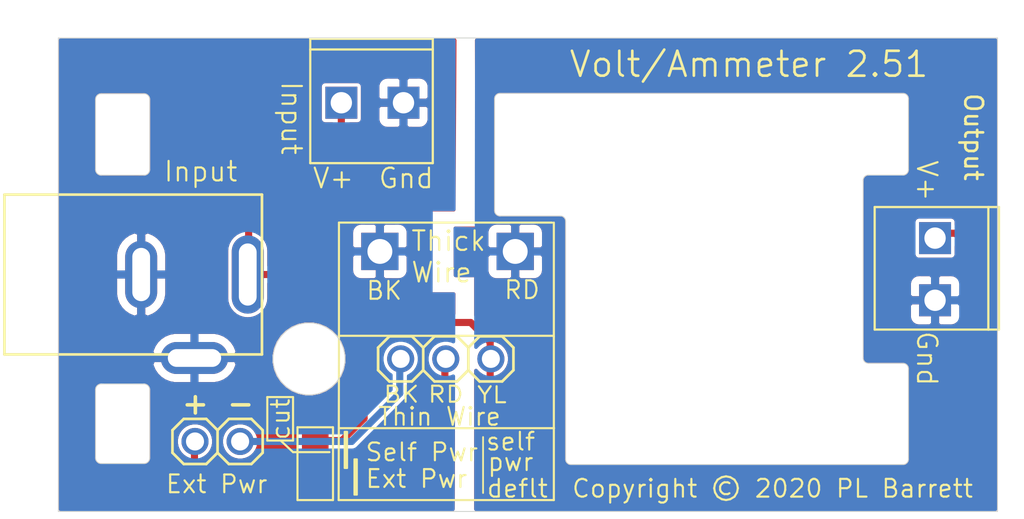
<source format=kicad_pcb>
(kicad_pcb (version 20171130) (host pcbnew "(5.1.6)-1")

  (general
    (thickness 1.6)
    (drawings 84)
    (tracks 32)
    (zones 0)
    (modules 7)
    (nets 6)
  )

  (page A4)
  (layers
    (0 Top signal)
    (31 Bottom signal)
    (32 B.Adhes user)
    (33 F.Adhes user)
    (34 B.Paste user)
    (35 F.Paste user)
    (36 B.SilkS user)
    (37 F.SilkS user)
    (38 B.Mask user)
    (39 F.Mask user)
    (40 Dwgs.User user hide)
    (41 Cmts.User user hide)
    (42 Eco1.User user hide)
    (43 Eco2.User user hide)
    (44 Edge.Cuts user)
    (45 Margin user)
    (46 B.CrtYd user)
    (47 F.CrtYd user)
    (48 B.Fab user hide)
    (49 F.Fab user hide)
  )

  (setup
    (last_trace_width 0.25)
    (user_trace_width 0.254)
    (user_trace_width 0.4)
    (trace_clearance 0.2)
    (zone_clearance 0.508)
    (zone_45_only no)
    (trace_min 0.2)
    (via_size 0.8)
    (via_drill 0.4)
    (via_min_size 0.4)
    (via_min_drill 0.3)
    (uvia_size 0.3)
    (uvia_drill 0.1)
    (uvias_allowed no)
    (uvia_min_size 0.2)
    (uvia_min_drill 0.1)
    (edge_width 0.05)
    (segment_width 0.2)
    (pcb_text_width 0.3)
    (pcb_text_size 1.5 1.5)
    (mod_edge_width 0.12)
    (mod_text_size 1 1)
    (mod_text_width 0.12)
    (pad_size 1 1.5)
    (pad_drill 0)
    (pad_to_mask_clearance 0.05)
    (aux_axis_origin 0 0)
    (grid_origin 126.72865 115.8751)
    (visible_elements 7FFFFFFF)
    (pcbplotparams
      (layerselection 0x010fc_ffffffff)
      (usegerberextensions false)
      (usegerberattributes true)
      (usegerberadvancedattributes true)
      (creategerberjobfile true)
      (excludeedgelayer true)
      (linewidth 0.100000)
      (plotframeref false)
      (viasonmask false)
      (mode 1)
      (useauxorigin false)
      (hpglpennumber 1)
      (hpglpenspeed 20)
      (hpglpendiameter 15.000000)
      (psnegative false)
      (psa4output false)
      (plotreference true)
      (plotvalue true)
      (plotinvisibletext false)
      (padsonsilk false)
      (subtractmaskfromsilk false)
      (outputformat 1)
      (mirror false)
      (drillshape 1)
      (scaleselection 1)
      (outputdirectory ""))
  )

  (net 0 "")
  (net 1 /VCC)
  (net 2 /G)
  (net 3 /GND)
  (net 4 "Net-(J4-Pad1)")
  (net 5 "Net-(J3-Pad3)")

  (net_class Default "This is the default net class."
    (clearance 0.2)
    (trace_width 0.25)
    (via_dia 0.8)
    (via_drill 0.4)
    (uvia_dia 0.3)
    (uvia_drill 0.1)
    (add_net /G)
    (add_net /GND)
    (add_net /VCC)
    (add_net "Net-(J3-Pad3)")
    (add_net "Net-(J4-Pad1)")
  )

  (module VAmeter:SolderJumper-3_P1.3mm_Open_Pad1.0x1.5mm (layer Top) (tedit 5FD684CC) (tstamp 5FC30808)
    (at 139.0969 116.1002 90)
    (descr "SMD Solder 3-pad Jumper, 1x1.5mm Pads, 0.3mm gap, open")
    (tags "solder jumper open")
    (path /60025DA9)
    (attr virtual)
    (fp_text reference JP1 (at 0 -1.8 90) (layer F.SilkS) hide
      (effects (font (size 1 1) (thickness 0.15)))
    )
    (fp_text value JUMPER-SMT_3_NO_NO-SILK (at 0 2 90) (layer F.Fab)
      (effects (font (size 1 1) (thickness 0.15)))
    )
    (fp_line (start -2.05 1) (end -2.05 -1) (layer F.SilkS) (width 0.12))
    (fp_line (start 2.05 1) (end -2.05 1) (layer F.SilkS) (width 0.12))
    (fp_line (start 2.05 -1) (end 2.05 1) (layer F.SilkS) (width 0.12))
    (fp_line (start -2.05 -1) (end 2.05 -1) (layer F.SilkS) (width 0.12))
    (fp_line (start -2.3 -1.25) (end 2.3 -1.25) (layer F.CrtYd) (width 0.05))
    (fp_line (start -2.3 -1.25) (end -2.3 1.25) (layer F.CrtYd) (width 0.05))
    (fp_line (start 2.3 1.25) (end 2.3 -1.25) (layer F.CrtYd) (width 0.05))
    (fp_line (start 2.3 1.25) (end -2.3 1.25) (layer F.CrtYd) (width 0.05))
    (pad 3 smd rect (at 1.3 0 90) (size 1 1.5) (layers Top F.Mask)
      (net 1 /VCC))
    (pad 2 smd rect (at 0 0 90) (size 1 1.5) (layers Top F.Mask)
      (net 1 /VCC))
    (pad 1 smd rect (at -1.3 0 90) (size 1 1.5) (layers Top F.Mask)
      (net 4 "Net-(J4-Pad1)"))
  )

  (module VAmeter:1X02 (layer Top) (tedit 5FD68567) (tstamp 5FC2A563)
    (at 133.5969 114.8502)
    (descr "<b>PIN HEADER</b>")
    (path /5FFF452B)
    (fp_text reference J4 (at -2.6162 -1.8288) (layer F.SilkS) hide
      (effects (font (size 1.2065 1.2065) (thickness 0.127)) (justify right top))
    )
    (fp_text value Conn_01x02 (at -2.54 3.175 180) (layer F.Fab)
      (effects (font (size 1.2065 1.2065) (thickness 0.09652)) (justify left bottom))
    )
    (fp_line (start -1.905 -1.27) (end -0.635 -1.27) (layer F.SilkS) (width 0.1524))
    (fp_line (start -0.635 -1.27) (end 0 -0.635) (layer F.SilkS) (width 0.1524))
    (fp_line (start 0 -0.635) (end 0 0.635) (layer F.SilkS) (width 0.1524))
    (fp_line (start 0 0.635) (end -0.635 1.27) (layer F.SilkS) (width 0.1524))
    (fp_line (start -2.54 -0.635) (end -2.54 0.635) (layer F.SilkS) (width 0.1524))
    (fp_line (start -1.905 -1.27) (end -2.54 -0.635) (layer F.SilkS) (width 0.1524))
    (fp_line (start -2.54 0.635) (end -1.905 1.27) (layer F.SilkS) (width 0.1524))
    (fp_line (start -0.635 1.27) (end -1.905 1.27) (layer F.SilkS) (width 0.1524))
    (fp_line (start 0 -0.635) (end 0.635 -1.27) (layer F.SilkS) (width 0.1524))
    (fp_line (start 0.635 -1.27) (end 1.905 -1.27) (layer F.SilkS) (width 0.1524))
    (fp_line (start 1.905 -1.27) (end 2.54 -0.635) (layer F.SilkS) (width 0.1524))
    (fp_line (start 2.54 -0.635) (end 2.54 0.635) (layer F.SilkS) (width 0.1524))
    (fp_line (start 2.54 0.635) (end 1.905 1.27) (layer F.SilkS) (width 0.1524))
    (fp_line (start 1.905 1.27) (end 0.635 1.27) (layer F.SilkS) (width 0.1524))
    (fp_line (start 0.635 1.27) (end 0 0.635) (layer F.SilkS) (width 0.1524))
    (fp_poly (pts (xy -1.524 0.254) (xy -1.016 0.254) (xy -1.016 -0.254) (xy -1.524 -0.254)) (layer F.Fab) (width 0))
    (fp_poly (pts (xy 1.016 0.254) (xy 1.524 0.254) (xy 1.524 -0.254) (xy 1.016 -0.254)) (layer F.Fab) (width 0))
    (fp_line (start -2.54 -0.635) (end -1.905 -1.2827) (layer F.CrtYd) (width 0.12))
    (fp_line (start -1.905 -1.2827) (end 1.905 -1.2827) (layer F.CrtYd) (width 0.12))
    (fp_line (start 1.905 -1.2827) (end 2.54 -0.635) (layer F.CrtYd) (width 0.12))
    (fp_line (start 2.54 -0.635) (end 2.54 0.6223) (layer F.CrtYd) (width 0.12))
    (fp_line (start 2.54 0.6223) (end 1.905 1.27) (layer F.CrtYd) (width 0.12))
    (fp_line (start 1.905 1.27) (end -1.905 1.27) (layer F.CrtYd) (width 0.12))
    (fp_line (start -1.905 1.27) (end -2.5273 0.6477) (layer F.CrtYd) (width 0.12))
    (fp_line (start -2.5273 0.6477) (end -2.54 -0.635) (layer F.CrtYd) (width 0.12))
    (pad 1 thru_hole circle (at -1.27 0 90) (size 1.524 1.524) (drill 1.016) (layers *.Cu *.Mask)
      (net 4 "Net-(J4-Pad1)") (solder_mask_margin 0.0635))
    (pad 2 thru_hole circle (at 1.27 0 90) (size 1.524 1.524) (drill 1.016) (layers *.Cu *.Mask)
      (net 5 "Net-(J3-Pad3)") (solder_mask_margin 0.0635))
  )

  (module VAmeter:1X03 (layer Top) (tedit 5FD68482) (tstamp 5FC2A552)
    (at 146.4469 110.2002 180)
    (descr "<b>PIN HEADER</b>")
    (path /5FFF19A8)
    (fp_text reference J3 (at -3.8862 -1.8288 180) (layer F.SilkS) hide
      (effects (font (size 1.2065 1.2065) (thickness 0.127)) (justify right top))
    )
    (fp_text value Conn_01x03 (at -3.81 3.175 180) (layer F.Fab) hide
      (effects (font (size 1.2065 1.2065) (thickness 0.1016)) (justify right top))
    )
    (fp_line (start -3.175 -1.27) (end -1.905 -1.27) (layer F.SilkS) (width 0.1524))
    (fp_line (start -1.905 -1.27) (end -1.27 -0.635) (layer F.SilkS) (width 0.1524))
    (fp_line (start -1.27 -0.635) (end -1.27 0.635) (layer F.SilkS) (width 0.1524))
    (fp_line (start -1.27 0.635) (end -1.905 1.27) (layer F.SilkS) (width 0.1524))
    (fp_line (start -1.27 -0.635) (end -0.635 -1.27) (layer F.SilkS) (width 0.1524))
    (fp_line (start -0.635 -1.27) (end 0.635 -1.27) (layer F.SilkS) (width 0.1524))
    (fp_line (start 0.635 -1.27) (end 1.27 -0.635) (layer F.SilkS) (width 0.1524))
    (fp_line (start 1.27 -0.635) (end 1.27 0.635) (layer F.SilkS) (width 0.1524))
    (fp_line (start 1.27 0.635) (end 0.635 1.27) (layer F.SilkS) (width 0.1524))
    (fp_line (start 0.635 1.27) (end -0.635 1.27) (layer F.SilkS) (width 0.1524))
    (fp_line (start -0.635 1.27) (end -1.27 0.635) (layer F.SilkS) (width 0.1524))
    (fp_line (start -3.81 -0.635) (end -3.81 0.635) (layer F.SilkS) (width 0.1524))
    (fp_line (start -3.175 -1.27) (end -3.81 -0.635) (layer F.SilkS) (width 0.1524))
    (fp_line (start -3.81 0.635) (end -3.175 1.27) (layer F.SilkS) (width 0.1524))
    (fp_line (start -1.905 1.27) (end -3.175 1.27) (layer F.SilkS) (width 0.1524))
    (fp_line (start 1.27 -0.635) (end 1.905 -1.27) (layer F.SilkS) (width 0.1524))
    (fp_line (start 1.905 -1.27) (end 3.175 -1.27) (layer F.SilkS) (width 0.1524))
    (fp_line (start 3.175 -1.27) (end 3.81 -0.635) (layer F.SilkS) (width 0.1524))
    (fp_line (start 3.81 -0.635) (end 3.81 0.635) (layer F.SilkS) (width 0.1524))
    (fp_line (start 3.81 0.635) (end 3.175 1.27) (layer F.SilkS) (width 0.1524))
    (fp_line (start 3.175 1.27) (end 1.905 1.27) (layer F.SilkS) (width 0.1524))
    (fp_line (start 1.905 1.27) (end 1.27 0.635) (layer F.SilkS) (width 0.1524))
    (fp_poly (pts (xy -0.254 0.254) (xy 0.254 0.254) (xy 0.254 -0.254) (xy -0.254 -0.254)) (layer F.Fab) (width 0))
    (fp_poly (pts (xy -2.794 0.254) (xy -2.286 0.254) (xy -2.286 -0.254) (xy -2.794 -0.254)) (layer F.Fab) (width 0))
    (fp_poly (pts (xy 2.286 0.254) (xy 2.794 0.254) (xy 2.794 -0.254) (xy 2.286 -0.254)) (layer F.Fab) (width 0))
    (fp_line (start -3.7973 -0.635) (end -3.175 -1.27) (layer F.CrtYd) (width 0.12))
    (fp_line (start -3.175 -1.27) (end 3.175 -1.27) (layer F.CrtYd) (width 0.12))
    (fp_line (start 3.175 -1.27) (end 3.81 -0.635) (layer F.CrtYd) (width 0.12))
    (fp_line (start 3.81 -0.635) (end 3.81 0.635) (layer F.CrtYd) (width 0.12))
    (fp_line (start 3.81 0.635) (end 3.175 1.27) (layer F.CrtYd) (width 0.12))
    (fp_line (start 3.175 1.27) (end -3.175 1.27) (layer F.CrtYd) (width 0.12))
    (fp_line (start -3.175 1.27) (end -3.81 0.635) (layer F.CrtYd) (width 0.12))
    (fp_line (start -3.81 0.635) (end -3.81 -0.6223) (layer F.CrtYd) (width 0.12))
    (fp_line (start -3.81 -0.6223) (end -3.7973 -0.635) (layer F.CrtYd) (width 0.12))
    (pad 1 thru_hole circle (at -2.54 0 270) (size 1.524 1.524) (drill 1.016) (layers *.Cu *.Mask)
      (net 1 /VCC) (solder_mask_margin 0.0635))
    (pad 2 thru_hole circle (at 0 0 270) (size 1.524 1.524) (drill 1.016) (layers *.Cu *.Mask)
      (net 1 /VCC) (solder_mask_margin 0.0635))
    (pad 3 thru_hole circle (at 2.54 0 270) (size 1.524 1.524) (drill 1.016) (layers *.Cu *.Mask)
      (net 5 "Net-(J3-Pad3)") (solder_mask_margin 0.0635))
  )

  (module VAmeter:DC_Conn_PJ-002A (layer Top) (tedit 5FD68463) (tstamp 5FC1CE22)
    (at 121.5969 105.4502)
    (path /5FFC3DC2)
    (fp_text reference J2 (at 5 5.5) (layer F.SilkS) hide
      (effects (font (size 1 1) (thickness 0.15)))
    )
    (fp_text value Barrel_Jack (at 7 -3) (layer F.Fab)
      (effects (font (size 1 1) (thickness 0.15)))
    )
    (fp_line (start 0 4.5) (end 14.5 4.5) (layer F.SilkS) (width 0.15))
    (fp_line (start 14.5 4.5) (end 14.5 -4.5) (layer F.SilkS) (width 0.15))
    (fp_line (start 14.5 -4.5) (end 0 -4.5) (layer F.SilkS) (width 0.15))
    (fp_line (start 0 -4.5) (end 0 4.5) (layer F.SilkS) (width 0.15))
    (fp_line (start 0 4.5) (end 14.5 4.5) (layer F.CrtYd) (width 0.12))
    (fp_line (start 14.5 4.5) (end 14.5 -4.5) (layer F.CrtYd) (width 0.12))
    (fp_line (start 14.5 -4.5) (end 0 -4.5) (layer F.CrtYd) (width 0.12))
    (fp_line (start 0 -4.5) (end 0 4.5) (layer F.CrtYd) (width 0.12))
    (pad 1 thru_hole oval (at 13.7 0) (size 1.8 4.4) (drill oval 1 3.5) (layers *.Cu *.Mask)
      (net 1 /VCC))
    (pad 2 thru_hole oval (at 7.7 0) (size 1.8 3.8) (drill oval 1 3) (layers *.Cu *.Mask)
      (net 2 /G))
    (pad 3 thru_hole oval (at 10.7 4.7) (size 3.8 1.8) (drill oval 3 1) (layers *.Cu *.Mask)
      (net 2 /G))
  )

  (module VAmeter:T35-2 (layer Top) (tedit 5FD68447) (tstamp 5FC18BFC)
    (at 142.31615 95.7776 180)
    (path /5FBB0881)
    (fp_text reference J1 (at -3.5 -3.5 180) (layer F.SilkS) hide
      (effects (font (size 1.2065 1.2065) (thickness 0.1016)) (justify left bottom))
    )
    (fp_text value Screw_Terminal_01x02 (at 0 0 180) (layer F.SilkS) hide
      (effects (font (size 1.27 1.27) (thickness 0.15)))
    )
    (fp_line (start 3.5 3) (end -3.4 3) (layer F.SilkS) (width 0.127))
    (fp_line (start 3.5 3) (end 3.5 -3.4) (layer F.SilkS) (width 0.127))
    (fp_line (start 3.5 3.6) (end 3.5 3) (layer F.SilkS) (width 0.127))
    (fp_line (start -3.4 3.6) (end 3.5 3.6) (layer F.SilkS) (width 0.127))
    (fp_line (start -3.4 3) (end -3.4 3.6) (layer F.SilkS) (width 0.127))
    (fp_line (start -3.4 -3.4) (end -3.4 3) (layer F.SilkS) (width 0.127))
    (fp_line (start 3.5 -3.4) (end -3.4 -3.4) (layer F.SilkS) (width 0.127))
    (fp_line (start -3.2766 2.9972) (end -3.2766 -3.3782) (layer F.CrtYd) (width 0.12))
    (fp_line (start -3.2766 -3.3782) (end 3.4036 -3.3528) (layer F.CrtYd) (width 0.12))
    (fp_line (start 3.4036 -3.3528) (end 3.3909 2.9591) (layer F.CrtYd) (width 0.12))
    (fp_line (start 3.3909 2.9591) (end -3.2766 2.9972) (layer F.CrtYd) (width 0.12))
    (pad 1 thru_hole rect (at 1.75 0 180) (size 1.8 1.8) (drill 1.2) (layers *.Cu *.Mask)
      (net 1 /VCC) (solder_mask_margin 0.0635))
    (pad 2 thru_hole rect (at -1.75 0 180) (size 1.8 1.8) (drill 1.2) (layers *.Cu *.Mask)
      (net 2 /G) (solder_mask_margin 0.0635))
  )

  (module VAmeter:LG-2-PIN (layer Top) (tedit 5FD684B1) (tstamp 5FC2A575)
    (at 146.5469 104.1502 180)
    (path /5FFF4D9D)
    (fp_text reference J6 (at -2.54 -2.54 180) (layer F.SilkS) hide
      (effects (font (size 0.9652 0.9652) (thickness 0.08128)) (justify right top))
    )
    (fp_text value Conn_01x02 (at 0 0 180) (layer F.SilkS) hide
      (effects (font (size 1.27 1.27) (thickness 0.15)) (justify right top))
    )
    (fp_line (start -5.0038 -1.1938) (end -2.5527 -1.1938) (layer F.CrtYd) (width 0.12))
    (fp_line (start -2.5527 -1.1938) (end -2.5527 1.1938) (layer F.CrtYd) (width 0.12))
    (fp_line (start -2.5527 1.1938) (end -5.0292 1.1938) (layer F.CrtYd) (width 0.12))
    (fp_line (start -5.0292 1.1938) (end -5.0038 -1.1938) (layer F.CrtYd) (width 0.12))
    (fp_line (start 2.6035 -1.2192) (end 5.0927 -1.2319) (layer F.CrtYd) (width 0.12))
    (fp_line (start 5.0927 -1.2319) (end 5.08 1.2192) (layer F.CrtYd) (width 0.12))
    (fp_line (start 5.08 1.2192) (end 2.6035 1.2065) (layer F.CrtYd) (width 0.12))
    (fp_line (start 2.6035 1.2065) (end 2.6035 -1.2192) (layer F.CrtYd) (width 0.12))
    (pad 1 thru_hole rect (at -3.81 0 180) (size 2.1 2.1) (drill 1.4) (layers *.Cu *.Mask)
      (net 3 /GND) (solder_mask_margin 0.1016))
    (pad 2 thru_hole rect (at 3.81 0 180) (size 2.1 2.1) (drill 1.4) (layers *.Cu *.Mask)
      (net 2 /G) (solder_mask_margin 0.1016))
  )

  (module VAmeter:T35-2 (layer Top) (tedit 5FD68447) (tstamp 5FBAFFCE)
    (at 173.9969 105.1502 90)
    (path /5FBB1709)
    (fp_text reference J5 (at -3.5 -3.5 -90) (layer F.SilkS) hide
      (effects (font (size 1.2065 1.2065) (thickness 0.1016)) (justify right bottom))
    )
    (fp_text value Screw_Terminal_01x02 (at 0 0 -90) (layer F.SilkS) hide
      (effects (font (size 1.27 1.27) (thickness 0.15)))
    )
    (fp_line (start 3.3909 2.9591) (end -3.2766 2.9972) (layer F.CrtYd) (width 0.12))
    (fp_line (start 3.4036 -3.3528) (end 3.3909 2.9591) (layer F.CrtYd) (width 0.12))
    (fp_line (start -3.2766 -3.3782) (end 3.4036 -3.3528) (layer F.CrtYd) (width 0.12))
    (fp_line (start -3.2766 2.9972) (end -3.2766 -3.3782) (layer F.CrtYd) (width 0.12))
    (fp_line (start 3.5 -3.4) (end -3.4 -3.4) (layer F.SilkS) (width 0.127))
    (fp_line (start -3.4 -3.4) (end -3.4 3) (layer F.SilkS) (width 0.127))
    (fp_line (start -3.4 3) (end -3.4 3.6) (layer F.SilkS) (width 0.127))
    (fp_line (start -3.4 3.6) (end 3.5 3.6) (layer F.SilkS) (width 0.127))
    (fp_line (start 3.5 3.6) (end 3.5 3) (layer F.SilkS) (width 0.127))
    (fp_line (start 3.5 3) (end 3.5 -3.4) (layer F.SilkS) (width 0.127))
    (fp_line (start 3.5 3) (end -3.4 3) (layer F.SilkS) (width 0.127))
    (pad 1 thru_hole rect (at 1.75 0 90) (size 1.8 1.8) (drill 1.2) (layers *.Cu *.Mask)
      (net 1 /VCC) (solder_mask_margin 0.0635))
    (pad 2 thru_hole rect (at -1.75 0 90) (size 1.8 1.8) (drill 1.2) (layers *.Cu *.Mask)
      (net 3 /GND) (solder_mask_margin 0.0635))
  )

  (gr_line (start 137.8469 115.4502) (end 137.17865 114.8251) (layer F.SilkS) (width 0.12))
  (gr_text "Copyright © 2020 PL Barrett" (at 164.8469 117.5002) (layer F.SilkS)
    (effects (font (size 1 1) (thickness 0.12)))
  )
  (gr_line (start 148.5469 114.6002) (end 148.5469 117.7502) (layer F.SilkS) (width 0.1))
  (gr_text deflt (at 150.47865 117.5002) (layer F.SilkS)
    (effects (font (size 1 1) (thickness 0.12)))
  )
  (gr_text pwr (at 150.0969 116.0002) (layer F.SilkS)
    (effects (font (size 1 1) (thickness 0.12)))
  )
  (gr_text self (at 150.0969 114.8502) (layer F.SilkS)
    (effects (font (size 1 1) (thickness 0.12)))
  )
  (gr_line (start 137.8469 114.8002) (end 137.8469 113.9502) (layer F.SilkS) (width 0.12) (tstamp 5FC30B8C))
  (gr_line (start 136.3969 114.8002) (end 137.8469 114.8002) (layer F.SilkS) (width 0.12))
  (gr_line (start 136.3969 112.3502) (end 136.3969 114.8002) (layer F.SilkS) (width 0.12) (tstamp 5FC30DC3))
  (gr_line (start 137.8469 112.3502) (end 136.3969 112.3502) (layer F.SilkS) (width 0.12))
  (gr_line (start 137.8469 113.9502) (end 137.8469 112.3502) (layer F.SilkS) (width 0.12))
  (gr_text cut (at 137.1469 113.6002 90) (layer F.SilkS)
    (effects (font (size 1 1) (thickness 0.12)))
  )
  (gr_line (start 139.8969 115.4502) (end 137.8469 115.4502) (layer F.SilkS) (width 0.12))
  (gr_poly (pts (xy 141.4469 117.8502) (xy 141.2969 117.8502) (xy 141.2969 115.8502) (xy 141.4469 115.8502)) (layer F.SilkS) (width 0.1))
  (gr_poly (pts (xy 140.8969 116.3502) (xy 140.7469 116.3502) (xy 140.7469 114.3002) (xy 140.8969 114.3002)) (layer F.SilkS) (width 0.1))
  (gr_line (start 140.4469 114.1002) (end 152.5469 114.1002) (layer F.SilkS) (width 0.12))
  (gr_text - (at 134.8969 112.7002) (layer F.SilkS)
    (effects (font (size 1.2 1.2) (thickness 0.2)))
  )
  (gr_text + (at 132.3469 112.7002) (layer F.SilkS)
    (effects (font (size 1.2 1.2) (thickness 0.2)))
  )
  (gr_text "Ext Pwr" (at 133.5469 117.2502) (layer F.SilkS)
    (effects (font (size 1 1) (thickness 0.12)))
  )
  (gr_text "Ext Pwr" (at 144.7969 116.9502) (layer F.SilkS)
    (effects (font (size 1 1) (thickness 0.12)))
  )
  (gr_text "Self Pwr" (at 145.0969 115.4502) (layer F.SilkS)
    (effects (font (size 1 1) (thickness 0.12)))
  )
  (gr_text BK (at 143.9469 112.2002) (layer F.SilkS)
    (effects (font (size 0.9 1) (thickness 0.12)))
  )
  (gr_circle (center 138.7469 110.2002) (end 140.769275 110.2002) (layer Edge.Cuts) (width 0.05) (tstamp 5FD429CF))
  (gr_arc (start 152.8969 102.4502) (end 153.1969 102.4502) (angle -90) (layer Edge.Cuts) (width 0.05))
  (gr_arc (start 149.4969 101.8502) (end 149.1969 101.8502) (angle -90) (layer Edge.Cuts) (width 0.05))
  (gr_line (start 152.8969 102.1502) (end 149.4969 102.1502) (layer Edge.Cuts) (width 0.05))
  (gr_line (start 149.1969 95.5502) (end 149.1969 101.8502) (layer Edge.Cuts) (width 0.05))
  (gr_arc (start 149.4969 95.5502) (end 149.4969 95.2502) (angle -90) (layer Edge.Cuts) (width 0.05))
  (gr_arc (start 153.4969 115.8502) (end 153.1969 115.8502) (angle -90) (layer Edge.Cuts) (width 0.05))
  (gr_arc (start 172.1969 115.8502) (end 172.1969 116.1502) (angle -90) (layer Edge.Cuts) (width 0.05))
  (gr_line (start 172.4969 110.7502) (end 172.4969 115.8502) (layer Edge.Cuts) (width 0.05))
  (gr_arc (start 172.1969 95.5502) (end 172.4969 95.5502) (angle -90) (layer Edge.Cuts) (width 0.05))
  (gr_line (start 172.4969 99.5502) (end 172.4969 95.5502) (layer Edge.Cuts) (width 0.05))
  (gr_arc (start 172.1969 99.5502) (end 172.1969 99.8502) (angle -90) (layer Edge.Cuts) (width 0.05))
  (gr_line (start 170.2469 99.8502) (end 172.1969 99.8502) (layer Edge.Cuts) (width 0.05))
  (gr_arc (start 170.2469 100.1502) (end 170.2469 99.8502) (angle -90) (layer Edge.Cuts) (width 0.05))
  (gr_arc (start 170.2469 110.1502) (end 169.9469 110.1502) (angle -90) (layer Edge.Cuts) (width 0.05))
  (gr_arc (start 172.1969 110.7502) (end 172.4969 110.7502) (angle -90) (layer Edge.Cuts) (width 0.05))
  (gr_line (start 170.2469 110.4502) (end 172.1969 110.4502) (layer Edge.Cuts) (width 0.05))
  (gr_line (start 169.9469 100.1502) (end 169.9469 110.1502) (layer Edge.Cuts) (width 0.05) (tstamp 100CB330))
  (gr_line (start 152.5323 118.1502) (end 152.5323 108.95) (layer F.SilkS) (width 0.12) (tstamp 5FC1FBCE))
  (gr_line (start 140.41615 118.1502) (end 152.5323 118.1502) (layer F.SilkS) (width 0.12))
  (gr_line (start 140.4323 110.25) (end 140.41615 118.1502) (layer F.SilkS) (width 0.12))
  (gr_text Input (at 132.6469 99.6502) (layer F.SilkS) (tstamp 5FC1DC34)
    (effects (font (size 1.1 1.1) (thickness 0.12)))
  )
  (gr_line (start 152.5323 108.95) (end 152.5323 102.5264) (layer F.SilkS) (width 0.12) (tstamp 5FC1D5AC))
  (gr_line (start 140.4323 108.9002) (end 152.4969 108.9002) (layer F.SilkS) (width 0.12))
  (gr_line (start 140.4323 102.5264) (end 140.4323 110.25) (layer F.SilkS) (width 0.12))
  (gr_line (start 152.4323 102.5264) (end 140.4323 102.5264) (layer F.SilkS) (width 0.12))
  (gr_text RD (at 150.74 106.3182) (layer F.SilkS)
    (effects (font (size 1 1) (thickness 0.12)))
  )
  (gr_text BK (at 142.9803 106.3563) (layer F.SilkS)
    (effects (font (size 1 1) (thickness 0.12)))
  )
  (gr_text "Thick\nWire" (at 144.42865 105.9751) (layer F.SilkS) (tstamp 106C6DC0)
    (effects (font (size 1.1 1.1) (thickness 0.12)) (justify left bottom))
  )
  (gr_text YL (at 149.0469 112.23) (layer F.SilkS)
    (effects (font (size 0.9 1) (thickness 0.12)))
  )
  (gr_text RD (at 146.4469 112.2002) (layer F.SilkS)
    (effects (font (size 0.9 1) (thickness 0.12)))
  )
  (gr_text "Thin Wire" (at 146.0969 113.4502) (layer F.SilkS)
    (effects (font (size 1 1) (thickness 0.12)))
  )
  (gr_text V+ (at 173.5397 100.1718 270) (layer F.SilkS) (tstamp 5FC18F47)
    (effects (font (size 1.1 1.1) (thickness 0.12)))
  )
  (gr_text Gnd (at 173.5397 110.1794 270) (layer F.SilkS) (tstamp 5FC18F46)
    (effects (font (size 1.1 1.1) (thickness 0.12)))
  )
  (gr_text Gnd (at 144.21615 100.03) (layer F.SilkS)
    (effects (font (size 1.1 1.1) (thickness 0.12)))
  )
  (gr_text V+ (at 140.11615 100.03) (layer F.SilkS)
    (effects (font (size 1.1 1.1) (thickness 0.12)))
  )
  (gr_text Output (at 176.1559 97.708 270) (layer F.SilkS)
    (effects (font (size 1 1) (thickness 0.15)))
  )
  (gr_text Input (at 137.7511 96.6412 270) (layer F.SilkS)
    (effects (font (size 1.1 1.1) (thickness 0.12)))
  )
  (gr_line (start 127.04615 116.0926) (end 129.45915 116.0926) (layer Edge.Cuts) (width 0.05) (tstamp 100CA890))
  (gr_arc (start 127.04615 95.5866) (end 127.04615 95.2691) (angle -90) (layer Edge.Cuts) (width 0.05) (tstamp 100CA570))
  (gr_arc (start 129.45915 95.5866) (end 129.77665 95.5866) (angle -90) (layer Edge.Cuts) (width 0.05) (tstamp 100CB970))
  (gr_line (start 124.6323 118.79) (end 177.51615 118.79) (layer Edge.Cuts) (width 0.05) (tstamp 100CBAB0))
  (gr_line (start 177.51615 118.79) (end 177.51615 92.13) (layer Edge.Cuts) (width 0.05) (tstamp 100CA070))
  (gr_line (start 177.51615 92.13) (end 124.6323 92.13) (layer Edge.Cuts) (width 0.05) (tstamp 100CA7F0))
  (gr_line (start 124.6323 92.13) (end 124.6323 118.79) (layer Edge.Cuts) (width 0.05) (tstamp 100CBB50))
  (gr_line (start 129.45915 95.2691) (end 127.04615 95.2691) (layer Edge.Cuts) (width 0.05) (tstamp 100CA250))
  (gr_line (start 126.72865 95.5866) (end 126.72865 99.5375) (layer Edge.Cuts) (width 0.05) (tstamp 100CA2F0))
  (gr_line (start 126.72865 111.9313) (end 126.72865 115.7751) (layer Edge.Cuts) (width 0.05) (tstamp 100CA390))
  (gr_line (start 129.45915 99.8561) (end 127.04615 99.855) (layer Edge.Cuts) (width 0.05) (tstamp 100CA930))
  (gr_line (start 127.04615 111.6138) (end 129.45915 111.6149) (layer Edge.Cuts) (width 0.05) (tstamp 5FC20E2A))
  (gr_arc (start 127.04615 99.5375) (end 126.72865 99.5375) (angle -90) (layer Edge.Cuts) (width 0.05) (tstamp 100CABB0))
  (gr_arc (start 127.04615 115.7751) (end 126.72865 115.7751) (angle -90) (layer Edge.Cuts) (width 0.05) (tstamp 100CAC50))
  (gr_arc (start 127.04615 111.9313) (end 127.04615 111.6138) (angle -90) (layer Edge.Cuts) (width 0.05) (tstamp 5FC20E27))
  (gr_arc (start 129.45915 115.7751) (end 129.77665 115.7751) (angle 90) (layer Edge.Cuts) (width 0.05) (tstamp 100CBD30))
  (gr_line (start 129.77665 95.5866) (end 129.77665 99.5386) (layer Edge.Cuts) (width 0.05) (tstamp 100CACF0))
  (gr_arc (start 129.45915 99.5386) (end 129.77665 99.5386) (angle 90) (layer Edge.Cuts) (width 0.05) (tstamp 100CAE30))
  (gr_line (start 129.77665 115.7751) (end 129.77665 111.9324) (layer Edge.Cuts) (width 0.05) (tstamp 100CAF70))
  (gr_arc (start 129.45915 111.9324) (end 129.77665 111.9324) (angle -90) (layer Edge.Cuts) (width 0.05) (tstamp 5FC20E24))
  (gr_line (start 153.1969 102.4502) (end 153.1969 115.8502) (layer Edge.Cuts) (width 0.05) (tstamp 5FC208E7))
  (gr_line (start 172.1969 95.2502) (end 149.4969 95.2502) (layer Edge.Cuts) (width 0.05) (tstamp 100CB150))
  (gr_line (start 172.1969 116.1502) (end 153.4969 116.1502) (layer Edge.Cuts) (width 0.05) (tstamp 100CB5B0))
  (gr_text "Volt/Ammeter 2.51" (at 163.51615 94.43) (layer F.SilkS) (tstamp 106C5560)
    (effects (font (size 1.4 1.4) (thickness 0.15)) (justify bottom))
  )

  (segment (start 140.56615 97.38095) (end 135.3469 102.6002) (width 0.4) (layer Top) (net 1))
  (segment (start 140.56615 95.7776) (end 140.56615 97.38095) (width 0.4) (layer Top) (net 1))
  (segment (start 139.1469 105.4502) (end 141.8469 108.1502) (width 0.4) (layer Top) (net 1))
  (segment (start 135.3469 102.6002) (end 135.3469 105.4502) (width 0.4) (layer Top) (net 1))
  (segment (start 135.3469 105.4502) (end 139.1469 105.4502) (width 0.4) (layer Top) (net 1))
  (segment (start 175.7698 103.7455) (end 175.1501 103.1258) (width 0.4) (layer Top) (net 1))
  (segment (start 175.7698 116.0518) (end 175.7698 103.7455) (width 0.4) (layer Top) (net 1))
  (segment (start 175.1501 103.1258) (end 173.5219 103.1258) (width 0.4) (layer Top) (net 1))
  (segment (start 141.8469 108.1502) (end 147.8469 108.1502) (width 0.4) (layer Top) (net 1))
  (segment (start 174.2762 117.5454) (end 175.7698 116.0518) (width 0.4) (layer Top) (net 1))
  (segment (start 148.9469 109.2502) (end 148.9469 114.7002) (width 0.4) (layer Top) (net 1))
  (segment (start 148.9469 114.7002) (end 151.7921 117.5454) (width 0.4) (layer Top) (net 1))
  (segment (start 147.8469 108.1502) (end 148.9469 109.2502) (width 0.4) (layer Top) (net 1))
  (segment (start 151.7921 117.5454) (end 174.2762 117.5454) (width 0.4) (layer Top) (net 1))
  (segment (start 141.8469 112.1002) (end 141.8469 108.1502) (width 0.4) (layer Top) (net 1))
  (segment (start 141.8469 113.5502) (end 141.8469 112.1002) (width 0.4) (layer Top) (net 1))
  (segment (start 139.0969 114.8002) (end 140.5969 114.8002) (width 0.4) (layer Top) (net 1))
  (segment (start 140.5969 114.8002) (end 141.8469 113.5502) (width 0.4) (layer Top) (net 1))
  (segment (start 139.0969 116.1002) (end 139.0969 114.8002) (width 0.4) (layer Top) (net 1))
  (segment (start 139.0969 114.8002) (end 139.0969 114.7502) (width 0.4) (layer Top) (net 1))
  (segment (start 146.3969 112.4502) (end 146.3969 110.2002) (width 0.4) (layer Top) (net 1))
  (segment (start 139.0969 116.1002) (end 142.7469 116.1002) (width 0.4) (layer Top) (net 1))
  (segment (start 142.7469 116.1002) (end 146.3969 112.4502) (width 0.4) (layer Top) (net 1))
  (segment (start 144.2001 95.7776) (end 144.2001 96.1586) (width 0.4) (layer Top) (net 2))
  (segment (start 144.2001 96.1586) (end 144.0823 96.2764) (width 0.4) (layer Top) (net 2))
  (segment (start 144.0503 95.79585) (end 144.11615 95.73) (width 0.4) (layer Top) (net 2))
  (segment (start 132.2969 116.3002) (end 132.2969 114.8502) (width 0.4) (layer Top) (net 4))
  (segment (start 139.0969 117.4002) (end 133.3969 117.4002) (width 0.4) (layer Top) (net 4))
  (segment (start 133.3969 117.4002) (end 132.2969 116.3002) (width 0.4) (layer Top) (net 4))
  (segment (start 143.8569 112.1402) (end 143.8569 110.2002) (width 0.4) (layer Bottom) (net 5))
  (segment (start 134.8369 114.8502) (end 141.1469 114.8502) (width 0.4) (layer Bottom) (net 5))
  (segment (start 141.1469 114.8502) (end 143.8569 112.1402) (width 0.4) (layer Bottom) (net 5))

  (zone (net 3) (net_name /GND) (layer Top) (tstamp 10290700) (hatch edge 0.508)
    (priority 6)
    (connect_pads (clearance 0.000001))
    (min_thickness 0.2032)
    (fill yes (arc_segments 32) (thermal_gap 0.4564) (thermal_bridge_width 0.4564))
    (polygon
      (pts
        (xy 179.01615 119.03) (xy 148.0469 119.2502) (xy 148.0469 105.6002) (xy 146.8969 105.6002) (xy 146.881525 102.7502)
        (xy 148.109841 102.750201) (xy 148.08396 90.900198) (xy 179.01615 90.83)
      )
    )
    (filled_polygon
      (pts
        (xy 177.389549 118.663399) (xy 148.1485 118.663399) (xy 148.1485 110.859875) (xy 148.160748 110.878205) (xy 148.308895 111.026352)
        (xy 148.4453 111.117495) (xy 148.445301 114.675552) (xy 148.442873 114.7002) (xy 148.452559 114.79853) (xy 148.48124 114.893082)
        (xy 148.527817 114.980222) (xy 148.56008 115.019533) (xy 148.5905 115.056601) (xy 148.609643 115.072311) (xy 151.419993 117.882663)
        (xy 151.435699 117.901801) (xy 151.512078 117.964483) (xy 151.599217 118.01106) (xy 151.693769 118.039742) (xy 151.767459 118.047)
        (xy 151.767468 118.047) (xy 151.792099 118.049426) (xy 151.81673 118.047) (xy 174.251562 118.047) (xy 174.2762 118.049427)
        (xy 174.300838 118.047) (xy 174.300841 118.047) (xy 174.374531 118.039742) (xy 174.469083 118.01106) (xy 174.556222 117.964483)
        (xy 174.632601 117.901801) (xy 174.648316 117.882652) (xy 176.107063 116.423907) (xy 176.126201 116.408201) (xy 176.188883 116.331822)
        (xy 176.23546 116.244683) (xy 176.264142 116.150131) (xy 176.2714 116.076441) (xy 176.2714 116.076432) (xy 176.273826 116.051801)
        (xy 176.2714 116.02717) (xy 176.2714 103.770138) (xy 176.273827 103.745499) (xy 176.2714 103.720859) (xy 176.264142 103.647169)
        (xy 176.23546 103.552617) (xy 176.188883 103.465478) (xy 176.126201 103.389099) (xy 176.107062 103.373393) (xy 175.522216 102.788548)
        (xy 175.506501 102.769399) (xy 175.430122 102.706717) (xy 175.342983 102.66014) (xy 175.248431 102.631458) (xy 175.199959 102.626684)
        (xy 175.199959 102.5002) (xy 175.194136 102.441076) (xy 175.17689 102.384224) (xy 175.148884 102.331829) (xy 175.111195 102.285905)
        (xy 175.065271 102.248216) (xy 175.012876 102.22021) (xy 174.956024 102.202964) (xy 174.8969 102.197141) (xy 173.0969 102.197141)
        (xy 173.037776 102.202964) (xy 172.980924 102.22021) (xy 172.928529 102.248216) (xy 172.882605 102.285905) (xy 172.844916 102.331829)
        (xy 172.81691 102.384224) (xy 172.799664 102.441076) (xy 172.793841 102.5002) (xy 172.793841 104.3002) (xy 172.799664 104.359324)
        (xy 172.81691 104.416176) (xy 172.844916 104.468571) (xy 172.882605 104.514495) (xy 172.928529 104.552184) (xy 172.980924 104.58019)
        (xy 173.037776 104.597436) (xy 173.0969 104.603259) (xy 174.8969 104.603259) (xy 174.956024 104.597436) (xy 175.012876 104.58019)
        (xy 175.065271 104.552184) (xy 175.111195 104.514495) (xy 175.148884 104.468571) (xy 175.17689 104.416176) (xy 175.194136 104.359324)
        (xy 175.199959 104.3002) (xy 175.199959 103.885028) (xy 175.268201 103.95327) (xy 175.268201 105.583065) (xy 175.208408 105.533995)
        (xy 175.111471 105.482181) (xy 175.006287 105.450274) (xy 174.8969 105.4395) (xy 174.263 105.4422) (xy 174.1235 105.5817)
        (xy 174.1235 106.7736) (xy 174.1435 106.7736) (xy 174.1435 107.0268) (xy 174.1235 107.0268) (xy 174.1235 108.2187)
        (xy 174.263 108.3582) (xy 174.8969 108.3609) (xy 175.006287 108.350126) (xy 175.111471 108.318219) (xy 175.208408 108.266405)
        (xy 175.268201 108.217335) (xy 175.2682 115.84403) (xy 174.068432 117.0438) (xy 151.99987 117.0438) (xy 149.4485 114.492432)
        (xy 149.4485 111.160231) (xy 149.490703 111.14275) (xy 149.664905 111.026352) (xy 149.813052 110.878205) (xy 149.92945 110.704003)
        (xy 150.009626 110.510441) (xy 150.0505 110.304955) (xy 150.0505 110.095445) (xy 150.009626 109.889959) (xy 149.92945 109.696397)
        (xy 149.813052 109.522195) (xy 149.664905 109.374048) (xy 149.490703 109.25765) (xy 149.45 109.24079) (xy 149.4485 109.225559)
        (xy 149.441242 109.151869) (xy 149.41256 109.057317) (xy 149.365983 108.970177) (xy 149.339506 108.937915) (xy 149.303301 108.893799)
        (xy 149.284157 108.878088) (xy 148.219016 107.812948) (xy 148.203301 107.793799) (xy 148.1485 107.748825) (xy 148.1485 105.6002)
        (xy 148.146548 105.580379) (xy 148.140766 105.561319) (xy 148.131377 105.543754) (xy 148.118742 105.528358) (xy 148.103346 105.515723)
        (xy 148.085781 105.506334) (xy 148.066721 105.500552) (xy 148.0469 105.4986) (xy 146.997954 105.4986) (xy 146.996345 105.2002)
        (xy 148.7462 105.2002) (xy 148.756974 105.309587) (xy 148.788881 105.414771) (xy 148.840695 105.511708) (xy 148.910425 105.596675)
        (xy 148.995392 105.666405) (xy 149.092329 105.718219) (xy 149.197513 105.750126) (xy 149.3069 105.7609) (xy 150.0908 105.7582)
        (xy 150.2303 105.6187) (xy 150.2303 104.2768) (xy 150.4835 104.2768) (xy 150.4835 105.6187) (xy 150.623 105.7582)
        (xy 151.4069 105.7609) (xy 151.516287 105.750126) (xy 151.621471 105.718219) (xy 151.718408 105.666405) (xy 151.803375 105.596675)
        (xy 151.873105 105.511708) (xy 151.924919 105.414771) (xy 151.956826 105.309587) (xy 151.9676 105.2002) (xy 151.9649 104.4163)
        (xy 151.8254 104.2768) (xy 150.4835 104.2768) (xy 150.2303 104.2768) (xy 148.8884 104.2768) (xy 148.7489 104.4163)
        (xy 148.7462 105.2002) (xy 146.996345 105.2002) (xy 146.985016 103.1002) (xy 148.7462 103.1002) (xy 148.7489 103.8841)
        (xy 148.8884 104.0236) (xy 150.2303 104.0236) (xy 150.2303 102.6817) (xy 150.4835 102.6817) (xy 150.4835 104.0236)
        (xy 151.8254 104.0236) (xy 151.9649 103.8841) (xy 151.9676 103.1002) (xy 151.956826 102.990813) (xy 151.924919 102.885629)
        (xy 151.873105 102.788692) (xy 151.803375 102.703725) (xy 151.718408 102.633995) (xy 151.621471 102.582181) (xy 151.516287 102.550274)
        (xy 151.4069 102.5395) (xy 150.623 102.5422) (xy 150.4835 102.6817) (xy 150.2303 102.6817) (xy 150.0908 102.5422)
        (xy 149.3069 102.5395) (xy 149.197513 102.550274) (xy 149.092329 102.582181) (xy 148.995392 102.633995) (xy 148.910425 102.703725)
        (xy 148.840695 102.788692) (xy 148.788881 102.885629) (xy 148.756974 102.990813) (xy 148.7462 103.1002) (xy 146.985016 103.1002)
        (xy 146.983675 102.8518) (xy 148.109841 102.851801) (xy 148.129662 102.849849) (xy 148.148722 102.844067) (xy 148.166287 102.834678)
        (xy 148.181683 102.822043) (xy 148.194318 102.806647) (xy 148.203707 102.789082) (xy 148.209489 102.770022) (xy 148.211441 102.749979)
        (xy 148.195703 95.543986) (xy 149.070299 95.543986) (xy 149.0703 101.856415) (xy 149.07084 101.861899) (xy 149.070827 101.863768)
        (xy 149.071 101.865527) (xy 149.07712 101.923756) (xy 149.079422 101.934972) (xy 149.081577 101.946268) (xy 149.082088 101.94796)
        (xy 149.099402 102.003893) (xy 149.103852 102.014478) (xy 149.108147 102.025109) (xy 149.108977 102.02667) (xy 149.136825 102.078173)
        (xy 149.14322 102.087653) (xy 149.149524 102.097287) (xy 149.150642 102.098657) (xy 149.187962 102.14377) (xy 149.196132 102.151883)
        (xy 149.204132 102.160053) (xy 149.205489 102.161175) (xy 149.205494 102.16118) (xy 149.205499 102.161184) (xy 149.250868 102.198185)
        (xy 149.260393 102.204513) (xy 149.269891 102.211017) (xy 149.271446 102.211857) (xy 149.323142 102.239346) (xy 149.333757 102.243721)
        (xy 149.344298 102.248239) (xy 149.345983 102.24876) (xy 149.345989 102.248762) (xy 149.402038 102.265684) (xy 149.413286 102.267912)
        (xy 149.424518 102.270299) (xy 149.426273 102.270484) (xy 149.426277 102.270484) (xy 149.484546 102.276197) (xy 149.484552 102.276197)
        (xy 149.490685 102.276801) (xy 152.890707 102.276801) (xy 152.930466 102.280699) (xy 152.962743 102.290444) (xy 152.992523 102.30628)
        (xy 153.018655 102.327592) (xy 153.040152 102.353578) (xy 153.056191 102.383241) (xy 153.066164 102.415459) (xy 153.070299 102.454803)
        (xy 153.0703 115.856415) (xy 153.07084 115.861899) (xy 153.070827 115.863768) (xy 153.071 115.865527) (xy 153.07712 115.923756)
        (xy 153.079422 115.934972) (xy 153.081577 115.946268) (xy 153.082088 115.94796) (xy 153.099402 116.003893) (xy 153.103852 116.014478)
        (xy 153.108147 116.025109) (xy 153.108977 116.02667) (xy 153.136825 116.078173) (xy 153.14322 116.087653) (xy 153.149524 116.097287)
        (xy 153.150642 116.098657) (xy 153.187962 116.14377) (xy 153.196132 116.151883) (xy 153.204132 116.160053) (xy 153.205489 116.161175)
        (xy 153.205494 116.16118) (xy 153.205499 116.161184) (xy 153.250868 116.198185) (xy 153.260393 116.204513) (xy 153.269891 116.211017)
        (xy 153.271446 116.211857) (xy 153.323142 116.239346) (xy 153.333757 116.243721) (xy 153.344298 116.248239) (xy 153.345983 116.24876)
        (xy 153.345989 116.248762) (xy 153.402038 116.265684) (xy 153.413286 116.267912) (xy 153.424518 116.270299) (xy 153.426273 116.270484)
        (xy 153.426277 116.270484) (xy 153.484546 116.276197) (xy 153.484552 116.276197) (xy 153.490685 116.276801) (xy 172.203115 116.276801)
        (xy 172.208609 116.27626) (xy 172.210468 116.276273) (xy 172.212227 116.2761) (xy 172.270456 116.26998) (xy 172.281672 116.267678)
        (xy 172.292968 116.265523) (xy 172.29466 116.265012) (xy 172.350593 116.247698) (xy 172.361178 116.243248) (xy 172.371809 116.238953)
        (xy 172.37337 116.238123) (xy 172.424873 116.210275) (xy 172.43437 116.203869) (xy 172.443987 116.197576) (xy 172.445357 116.196458)
        (xy 172.49047 116.159138) (xy 172.498583 116.150968) (xy 172.506753 116.142968) (xy 172.507875 116.141611) (xy 172.50788 116.141606)
        (xy 172.507884 116.141601) (xy 172.544885 116.096232) (xy 172.551213 116.086707) (xy 172.557717 116.077209) (xy 172.558557 116.075654)
        (xy 172.586046 116.023958) (xy 172.590421 116.013343) (xy 172.594939 116.002802) (xy 172.595461 116.001113) (xy 172.612384 115.945062)
        (xy 172.614612 115.933814) (xy 172.616999 115.922582) (xy 172.617184 115.920823) (xy 172.622897 115.862554) (xy 172.622897 115.862548)
        (xy 172.623501 115.856415) (xy 172.623501 110.743985) (xy 172.62296 110.738491) (xy 172.622973 110.736633) (xy 172.622801 110.734873)
        (xy 172.61668 110.676644) (xy 172.614385 110.665464) (xy 172.612224 110.654133) (xy 172.611712 110.65244) (xy 172.594398 110.596508)
        (xy 172.589954 110.585936) (xy 172.585653 110.575291) (xy 172.584823 110.57373) (xy 172.556975 110.522227) (xy 172.550554 110.512707)
        (xy 172.544276 110.503113) (xy 172.543158 110.501743) (xy 172.505837 110.45663) (xy 172.497704 110.448553) (xy 172.489668 110.440347)
        (xy 172.488305 110.43922) (xy 172.442932 110.402215) (xy 172.433402 110.395883) (xy 172.42391 110.389383) (xy 172.422354 110.388543)
        (xy 172.370658 110.361055) (xy 172.360075 110.356693) (xy 172.349502 110.352161) (xy 172.347817 110.35164) (xy 172.347811 110.351638)
        (xy 172.291762 110.334716) (xy 172.280499 110.332485) (xy 172.269281 110.330101) (xy 172.267527 110.329916) (xy 172.267523 110.329916)
        (xy 172.209253 110.324203) (xy 172.209248 110.324203) (xy 172.203115 110.323599) (xy 170.253092 110.323599) (xy 170.213335 110.319701)
        (xy 170.181056 110.309955) (xy 170.15128 110.294122) (xy 170.125144 110.272807) (xy 170.103649 110.246824) (xy 170.087609 110.217159)
        (xy 170.077637 110.184946) (xy 170.073501 110.145596) (xy 170.073501 107.8002) (xy 172.5362 107.8002) (xy 172.546974 107.909587)
        (xy 172.578881 108.014771) (xy 172.630695 108.111708) (xy 172.700425 108.196675) (xy 172.785392 108.266405) (xy 172.882329 108.318219)
        (xy 172.987513 108.350126) (xy 173.0969 108.3609) (xy 173.7308 108.3582) (xy 173.8703 108.2187) (xy 173.8703 107.0268)
        (xy 172.6784 107.0268) (xy 172.5389 107.1663) (xy 172.5362 107.8002) (xy 170.073501 107.8002) (xy 170.073501 106.0002)
        (xy 172.5362 106.0002) (xy 172.5389 106.6341) (xy 172.6784 106.7736) (xy 173.8703 106.7736) (xy 173.8703 105.5817)
        (xy 173.7308 105.4422) (xy 173.0969 105.4395) (xy 172.987513 105.450274) (xy 172.882329 105.482181) (xy 172.785392 105.533995)
        (xy 172.700425 105.603725) (xy 172.630695 105.688692) (xy 172.578881 105.785629) (xy 172.546974 105.890813) (xy 172.5362 106.0002)
        (xy 170.073501 106.0002) (xy 170.073501 100.156393) (xy 170.077399 100.116634) (xy 170.087144 100.084357) (xy 170.10298 100.054577)
        (xy 170.124292 100.028445) (xy 170.150278 100.006948) (xy 170.179941 99.990909) (xy 170.212159 99.980936) (xy 170.251503 99.976801)
        (xy 172.203115 99.976801) (xy 172.208609 99.97626) (xy 172.210468 99.976273) (xy 172.212227 99.9761) (xy 172.270456 99.96998)
        (xy 172.281672 99.967678) (xy 172.292968 99.965523) (xy 172.29466 99.965012) (xy 172.350593 99.947698) (xy 172.361178 99.943248)
        (xy 172.371809 99.938953) (xy 172.37337 99.938123) (xy 172.424873 99.910275) (xy 172.43437 99.903869) (xy 172.443987 99.897576)
        (xy 172.445357 99.896458) (xy 172.49047 99.859138) (xy 172.498583 99.850968) (xy 172.506753 99.842968) (xy 172.507875 99.841611)
        (xy 172.50788 99.841606) (xy 172.507884 99.841601) (xy 172.544885 99.796232) (xy 172.551213 99.786707) (xy 172.557717 99.777209)
        (xy 172.558557 99.775654) (xy 172.586046 99.723958) (xy 172.590421 99.713343) (xy 172.594939 99.702802) (xy 172.595461 99.701113)
        (xy 172.612384 99.645062) (xy 172.614612 99.633814) (xy 172.616999 99.622582) (xy 172.617184 99.620823) (xy 172.622897 99.562554)
        (xy 172.622897 99.562548) (xy 172.623501 99.556415) (xy 172.623501 95.543985) (xy 172.62296 95.538491) (xy 172.622973 95.536633)
        (xy 172.622801 95.534873) (xy 172.61668 95.476644) (xy 172.614385 95.465464) (xy 172.612224 95.454133) (xy 172.611712 95.45244)
        (xy 172.594398 95.396508) (xy 172.589954 95.385936) (xy 172.585653 95.375291) (xy 172.584823 95.37373) (xy 172.556975 95.322227)
        (xy 172.550554 95.312707) (xy 172.544276 95.303113) (xy 172.543158 95.301743) (xy 172.505837 95.25663) (xy 172.497704 95.248553)
        (xy 172.489668 95.240347) (xy 172.488305 95.23922) (xy 172.442932 95.202215) (xy 172.433402 95.195883) (xy 172.42391 95.189383)
        (xy 172.422354 95.188543) (xy 172.370658 95.161055) (xy 172.360075 95.156693) (xy 172.349502 95.152161) (xy 172.347817 95.15164)
        (xy 172.347811 95.151638) (xy 172.291762 95.134716) (xy 172.280499 95.132485) (xy 172.269281 95.130101) (xy 172.267527 95.129916)
        (xy 172.267523 95.129916) (xy 172.209253 95.124203) (xy 172.209248 95.124203) (xy 172.203115 95.123599) (xy 149.490685 95.123599)
        (xy 149.485191 95.12414) (xy 149.483333 95.124127) (xy 149.481573 95.124299) (xy 149.423344 95.13042) (xy 149.412164 95.132715)
        (xy 149.400833 95.134876) (xy 149.39914 95.135388) (xy 149.343208 95.152702) (xy 149.332636 95.157146) (xy 149.321991 95.161447)
        (xy 149.32043 95.162277) (xy 149.268927 95.190125) (xy 149.259407 95.196546) (xy 149.249813 95.202824) (xy 149.248443 95.203942)
        (xy 149.20333 95.241263) (xy 149.195253 95.249396) (xy 149.187047 95.257432) (xy 149.18592 95.258795) (xy 149.148915 95.304168)
        (xy 149.142583 95.313698) (xy 149.136083 95.32319) (xy 149.135243 95.324746) (xy 149.107755 95.376442) (xy 149.103393 95.387025)
        (xy 149.098861 95.397598) (xy 149.098339 95.399287) (xy 149.081416 95.455338) (xy 149.079185 95.466601) (xy 149.076801 95.477819)
        (xy 149.076616 95.479577) (xy 149.070903 95.537847) (xy 149.070903 95.537853) (xy 149.070299 95.543986) (xy 148.195703 95.543986)
        (xy 148.188523 92.256601) (xy 177.38955 92.256601)
      )
    )
  )
  (zone (net 3) (net_name /GND) (layer Bottom) (tstamp 10290AC0) (hatch edge 0.508)
    (priority 6)
    (connect_pads (clearance 0.000001))
    (min_thickness 0.2032)
    (fill yes (arc_segments 32) (thermal_gap 0.4564) (thermal_bridge_width 0.4564))
    (polygon
      (pts
        (xy 179.00185 118.9932) (xy 148.0469 119.2002) (xy 148.0469 105.6002) (xy 146.8969 105.6002) (xy 146.881525 102.7502)
        (xy 148.079588 102.785225) (xy 148.0969 90.9002) (xy 179.00185 90.9643)
      )
    )
    (filled_polygon
      (pts
        (xy 177.389549 118.663399) (xy 148.1485 118.663399) (xy 148.1485 110.859875) (xy 148.160748 110.878205) (xy 148.308895 111.026352)
        (xy 148.483097 111.14275) (xy 148.676659 111.222926) (xy 148.882145 111.2638) (xy 149.091655 111.2638) (xy 149.297141 111.222926)
        (xy 149.490703 111.14275) (xy 149.664905 111.026352) (xy 149.813052 110.878205) (xy 149.92945 110.704003) (xy 150.009626 110.510441)
        (xy 150.0505 110.304955) (xy 150.0505 110.095445) (xy 150.009626 109.889959) (xy 149.92945 109.696397) (xy 149.813052 109.522195)
        (xy 149.664905 109.374048) (xy 149.490703 109.25765) (xy 149.297141 109.177474) (xy 149.091655 109.1366) (xy 148.882145 109.1366)
        (xy 148.676659 109.177474) (xy 148.483097 109.25765) (xy 148.308895 109.374048) (xy 148.160748 109.522195) (xy 148.1485 109.540525)
        (xy 148.1485 105.6002) (xy 148.146548 105.580379) (xy 148.140766 105.561319) (xy 148.131377 105.543754) (xy 148.118742 105.528358)
        (xy 148.103346 105.515723) (xy 148.085781 105.506334) (xy 148.066721 105.500552) (xy 148.0469 105.4986) (xy 146.997954 105.4986)
        (xy 146.996345 105.2002) (xy 148.7462 105.2002) (xy 148.756974 105.309587) (xy 148.788881 105.414771) (xy 148.840695 105.511708)
        (xy 148.910425 105.596675) (xy 148.995392 105.666405) (xy 149.092329 105.718219) (xy 149.197513 105.750126) (xy 149.3069 105.7609)
        (xy 150.0908 105.7582) (xy 150.2303 105.6187) (xy 150.2303 104.2768) (xy 150.4835 104.2768) (xy 150.4835 105.6187)
        (xy 150.623 105.7582) (xy 151.4069 105.7609) (xy 151.516287 105.750126) (xy 151.621471 105.718219) (xy 151.718408 105.666405)
        (xy 151.803375 105.596675) (xy 151.873105 105.511708) (xy 151.924919 105.414771) (xy 151.956826 105.309587) (xy 151.9676 105.2002)
        (xy 151.9649 104.4163) (xy 151.8254 104.2768) (xy 150.4835 104.2768) (xy 150.2303 104.2768) (xy 148.8884 104.2768)
        (xy 148.7489 104.4163) (xy 148.7462 105.2002) (xy 146.996345 105.2002) (xy 146.985015 103.1002) (xy 148.7462 103.1002)
        (xy 148.7489 103.8841) (xy 148.8884 104.0236) (xy 150.2303 104.0236) (xy 150.2303 102.6817) (xy 150.4835 102.6817)
        (xy 150.4835 104.0236) (xy 151.8254 104.0236) (xy 151.9649 103.8841) (xy 151.9676 103.1002) (xy 151.956826 102.990813)
        (xy 151.924919 102.885629) (xy 151.873105 102.788692) (xy 151.803375 102.703725) (xy 151.718408 102.633995) (xy 151.621471 102.582181)
        (xy 151.516287 102.550274) (xy 151.4069 102.5395) (xy 150.623 102.5422) (xy 150.4835 102.6817) (xy 150.2303 102.6817)
        (xy 150.0908 102.5422) (xy 149.3069 102.5395) (xy 149.197513 102.550274) (xy 149.092329 102.582181) (xy 148.995392 102.633995)
        (xy 148.910425 102.703725) (xy 148.840695 102.788692) (xy 148.788881 102.885629) (xy 148.756974 102.990813) (xy 148.7462 103.1002)
        (xy 146.985015 103.1002) (xy 146.983691 102.854831) (xy 148.076619 102.886782) (xy 148.096489 102.885409) (xy 148.115709 102.880187)
        (xy 148.133541 102.871316) (xy 148.1493 102.859136) (xy 148.16238 102.844115) (xy 148.172278 102.826832) (xy 148.178614 102.80795)
        (xy 148.181188 102.785373) (xy 148.191736 95.543986) (xy 149.070299 95.543986) (xy 149.0703 101.856415) (xy 149.07084 101.861899)
        (xy 149.070827 101.863768) (xy 149.071 101.865527) (xy 149.07712 101.923756) (xy 149.079422 101.934972) (xy 149.081577 101.946268)
        (xy 149.082088 101.94796) (xy 149.099402 102.003893) (xy 149.103852 102.014478) (xy 149.108147 102.025109) (xy 149.108977 102.02667)
        (xy 149.136825 102.078173) (xy 149.14322 102.087653) (xy 149.149524 102.097287) (xy 149.150642 102.098657) (xy 149.187962 102.14377)
        (xy 149.196132 102.151883) (xy 149.204132 102.160053) (xy 149.205489 102.161175) (xy 149.205494 102.16118) (xy 149.205499 102.161184)
        (xy 149.250868 102.198185) (xy 149.260393 102.204513) (xy 149.269891 102.211017) (xy 149.271446 102.211857) (xy 149.323142 102.239346)
        (xy 149.333757 102.243721) (xy 149.344298 102.248239) (xy 149.345983 102.24876) (xy 149.345989 102.248762) (xy 149.402038 102.265684)
        (xy 149.413286 102.267912) (xy 149.424518 102.270299) (xy 149.426273 102.270484) (xy 149.426277 102.270484) (xy 149.484546 102.276197)
        (xy 149.484552 102.276197) (xy 149.490685 102.276801) (xy 152.890707 102.276801) (xy 152.930466 102.280699) (xy 152.962743 102.290444)
        (xy 152.992523 102.30628) (xy 153.018655 102.327592) (xy 153.040152 102.353578) (xy 153.056191 102.383241) (xy 153.066164 102.415459)
        (xy 153.070299 102.454803) (xy 153.0703 115.856415) (xy 153.07084 115.861899) (xy 153.070827 115.863768) (xy 153.071 115.865527)
        (xy 153.07712 115.923756) (xy 153.079422 115.934972) (xy 153.081577 115.946268) (xy 153.082088 115.94796) (xy 153.099402 116.003893)
        (xy 153.103852 116.014478) (xy 153.108147 116.025109) (xy 153.108977 116.02667) (xy 153.136825 116.078173) (xy 153.14322 116.087653)
        (xy 153.149524 116.097287) (xy 153.150642 116.098657) (xy 153.187962 116.14377) (xy 153.196132 116.151883) (xy 153.204132 116.160053)
        (xy 153.205489 116.161175) (xy 153.205494 116.16118) (xy 153.205499 116.161184) (xy 153.250868 116.198185) (xy 153.260393 116.204513)
        (xy 153.269891 116.211017) (xy 153.271446 116.211857) (xy 153.323142 116.239346) (xy 153.333757 116.243721) (xy 153.344298 116.248239)
        (xy 153.345983 116.24876) (xy 153.345989 116.248762) (xy 153.402038 116.265684) (xy 153.413286 116.267912) (xy 153.424518 116.270299)
        (xy 153.426273 116.270484) (xy 153.426277 116.270484) (xy 153.484546 116.276197) (xy 153.484552 116.276197) (xy 153.490685 116.276801)
        (xy 172.203115 116.276801) (xy 172.208609 116.27626) (xy 172.210468 116.276273) (xy 172.212227 116.2761) (xy 172.270456 116.26998)
        (xy 172.281672 116.267678) (xy 172.292968 116.265523) (xy 172.29466 116.265012) (xy 172.350593 116.247698) (xy 172.361178 116.243248)
        (xy 172.371809 116.238953) (xy 172.37337 116.238123) (xy 172.424873 116.210275) (xy 172.43437 116.203869) (xy 172.443987 116.197576)
        (xy 172.445357 116.196458) (xy 172.49047 116.159138) (xy 172.498583 116.150968) (xy 172.506753 116.142968) (xy 172.507875 116.141611)
        (xy 172.50788 116.141606) (xy 172.507884 116.141601) (xy 172.544885 116.096232) (xy 172.551213 116.086707) (xy 172.557717 116.077209)
        (xy 172.558557 116.075654) (xy 172.586046 116.023958) (xy 172.590421 116.013343) (xy 172.594939 116.002802) (xy 172.595461 116.001113)
        (xy 172.612384 115.945062) (xy 172.614612 115.933814) (xy 172.616999 115.922582) (xy 172.617184 115.920823) (xy 172.622897 115.862554)
        (xy 172.622897 115.862548) (xy 172.623501 115.856415) (xy 172.623501 110.743985) (xy 172.62296 110.738491) (xy 172.622973 110.736633)
        (xy 172.622801 110.734873) (xy 172.61668 110.676644) (xy 172.614385 110.665464) (xy 172.612224 110.654133) (xy 172.611712 110.65244)
        (xy 172.594398 110.596508) (xy 172.589954 110.585936) (xy 172.585653 110.575291) (xy 172.584823 110.57373) (xy 172.556975 110.522227)
        (xy 172.550554 110.512707) (xy 172.544276 110.503113) (xy 172.543158 110.501743) (xy 172.505837 110.45663) (xy 172.497704 110.448553)
        (xy 172.489668 110.440347) (xy 172.488305 110.43922) (xy 172.442932 110.402215) (xy 172.433402 110.395883) (xy 172.42391 110.389383)
        (xy 172.422354 110.388543) (xy 172.370658 110.361055) (xy 172.360075 110.356693) (xy 172.349502 110.352161) (xy 172.347817 110.35164)
        (xy 172.347811 110.351638) (xy 172.291762 110.334716) (xy 172.280499 110.332485) (xy 172.269281 110.330101) (xy 172.267527 110.329916)
        (xy 172.267523 110.329916) (xy 172.209253 110.324203) (xy 172.209248 110.324203) (xy 172.203115 110.323599) (xy 170.253092 110.323599)
        (xy 170.213335 110.319701) (xy 170.181056 110.309955) (xy 170.15128 110.294122) (xy 170.125144 110.272807) (xy 170.103649 110.246824)
        (xy 170.087609 110.217159) (xy 170.077637 110.184946) (xy 170.073501 110.145596) (xy 170.073501 107.8002) (xy 172.5362 107.8002)
        (xy 172.546974 107.909587) (xy 172.578881 108.014771) (xy 172.630695 108.111708) (xy 172.700425 108.196675) (xy 172.785392 108.266405)
        (xy 172.882329 108.318219) (xy 172.987513 108.350126) (xy 173.0969 108.3609) (xy 173.7308 108.3582) (xy 173.8703 108.2187)
        (xy 173.8703 107.0268) (xy 174.1235 107.0268) (xy 174.1235 108.2187) (xy 174.263 108.3582) (xy 174.8969 108.3609)
        (xy 175.006287 108.350126) (xy 175.111471 108.318219) (xy 175.208408 108.266405) (xy 175.293375 108.196675) (xy 175.363105 108.111708)
        (xy 175.414919 108.014771) (xy 175.446826 107.909587) (xy 175.4576 107.8002) (xy 175.4549 107.1663) (xy 175.3154 107.0268)
        (xy 174.1235 107.0268) (xy 173.8703 107.0268) (xy 172.6784 107.0268) (xy 172.5389 107.1663) (xy 172.5362 107.8002)
        (xy 170.073501 107.8002) (xy 170.073501 106.0002) (xy 172.5362 106.0002) (xy 172.5389 106.6341) (xy 172.6784 106.7736)
        (xy 173.8703 106.7736) (xy 173.8703 105.5817) (xy 174.1235 105.5817) (xy 174.1235 106.7736) (xy 175.3154 106.7736)
        (xy 175.4549 106.6341) (xy 175.4576 106.0002) (xy 175.446826 105.890813) (xy 175.414919 105.785629) (xy 175.363105 105.688692)
        (xy 175.293375 105.603725) (xy 175.208408 105.533995) (xy 175.111471 105.482181) (xy 175.006287 105.450274) (xy 174.8969 105.4395)
        (xy 174.263 105.4422) (xy 174.1235 105.5817) (xy 173.8703 105.5817) (xy 173.7308 105.4422) (xy 173.0969 105.4395)
        (xy 172.987513 105.450274) (xy 172.882329 105.482181) (xy 172.785392 105.533995) (xy 172.700425 105.603725) (xy 172.630695 105.688692)
        (xy 172.578881 105.785629) (xy 172.546974 105.890813) (xy 172.5362 106.0002) (xy 170.073501 106.0002) (xy 170.073501 102.5002)
        (xy 172.793841 102.5002) (xy 172.793841 104.3002) (xy 172.799664 104.359324) (xy 172.81691 104.416176) (xy 172.844916 104.468571)
        (xy 172.882605 104.514495) (xy 172.928529 104.552184) (xy 172.980924 104.58019) (xy 173.037776 104.597436) (xy 173.0969 104.603259)
        (xy 174.8969 104.603259) (xy 174.956024 104.597436) (xy 175.012876 104.58019) (xy 175.065271 104.552184) (xy 175.111195 104.514495)
        (xy 175.148884 104.468571) (xy 175.17689 104.416176) (xy 175.194136 104.359324) (xy 175.199959 104.3002) (xy 175.199959 102.5002)
        (xy 175.194136 102.441076) (xy 175.17689 102.384224) (xy 175.148884 102.331829) (xy 175.111195 102.285905) (xy 175.065271 102.248216)
        (xy 175.012876 102.22021) (xy 174.956024 102.202964) (xy 174.8969 102.197141) (xy 173.0969 102.197141) (xy 173.037776 102.202964)
        (xy 172.980924 102.22021) (xy 172.928529 102.248216) (xy 172.882605 102.285905) (xy 172.844916 102.331829) (xy 172.81691 102.384224)
        (xy 172.799664 102.441076) (xy 172.793841 102.5002) (xy 170.073501 102.5002) (xy 170.073501 100.156393) (xy 170.077399 100.116634)
        (xy 170.087144 100.084357) (xy 170.10298 100.054577) (xy 170.124292 100.028445) (xy 170.150278 100.006948) (xy 170.179941 99.990909)
        (xy 170.212159 99.980936) (xy 170.251503 99.976801) (xy 172.203115 99.976801) (xy 172.208609 99.97626) (xy 172.210468 99.976273)
        (xy 172.212227 99.9761) (xy 172.270456 99.96998) (xy 172.281672 99.967678) (xy 172.292968 99.965523) (xy 172.29466 99.965012)
        (xy 172.350593 99.947698) (xy 172.361178 99.943248) (xy 172.371809 99.938953) (xy 172.37337 99.938123) (xy 172.424873 99.910275)
        (xy 172.43437 99.903869) (xy 172.443987 99.897576) (xy 172.445357 99.896458) (xy 172.49047 99.859138) (xy 172.498583 99.850968)
        (xy 172.506753 99.842968) (xy 172.507875 99.841611) (xy 172.50788 99.841606) (xy 172.507884 99.841601) (xy 172.544885 99.796232)
        (xy 172.551213 99.786707) (xy 172.557717 99.777209) (xy 172.558557 99.775654) (xy 172.586046 99.723958) (xy 172.590421 99.713343)
        (xy 172.594939 99.702802) (xy 172.595461 99.701113) (xy 172.612384 99.645062) (xy 172.614612 99.633814) (xy 172.616999 99.622582)
        (xy 172.617184 99.620823) (xy 172.622897 99.562554) (xy 172.622897 99.562548) (xy 172.623501 99.556415) (xy 172.623501 95.543985)
        (xy 172.62296 95.538491) (xy 172.622973 95.536633) (xy 172.622801 95.534873) (xy 172.61668 95.476644) (xy 172.614385 95.465464)
        (xy 172.612224 95.454133) (xy 172.611712 95.45244) (xy 172.594398 95.396508) (xy 172.589954 95.385936) (xy 172.585653 95.375291)
        (xy 172.584823 95.37373) (xy 172.556975 95.322227) (xy 172.550554 95.312707) (xy 172.544276 95.303113) (xy 172.543158 95.301743)
        (xy 172.505837 95.25663) (xy 172.497704 95.248553) (xy 172.489668 95.240347) (xy 172.488305 95.23922) (xy 172.442932 95.202215)
        (xy 172.433402 95.195883) (xy 172.42391 95.189383) (xy 172.422354 95.188543) (xy 172.370658 95.161055) (xy 172.360075 95.156693)
        (xy 172.349502 95.152161) (xy 172.347817 95.15164) (xy 172.347811 95.151638) (xy 172.291762 95.134716) (xy 172.280499 95.132485)
        (xy 172.269281 95.130101) (xy 172.267527 95.129916) (xy 172.267523 95.129916) (xy 172.209253 95.124203) (xy 172.209248 95.124203)
        (xy 172.203115 95.123599) (xy 149.490685 95.123599) (xy 149.485191 95.12414) (xy 149.483333 95.124127) (xy 149.481573 95.124299)
        (xy 149.423344 95.13042) (xy 149.412164 95.132715) (xy 149.400833 95.134876) (xy 149.39914 95.135388) (xy 149.343208 95.152702)
        (xy 149.332636 95.157146) (xy 149.321991 95.161447) (xy 149.32043 95.162277) (xy 149.268927 95.190125) (xy 149.259407 95.196546)
        (xy 149.249813 95.202824) (xy 149.248443 95.203942) (xy 149.20333 95.241263) (xy 149.195253 95.249396) (xy 149.187047 95.257432)
        (xy 149.18592 95.258795) (xy 149.148915 95.304168) (xy 149.142583 95.313698) (xy 149.136083 95.32319) (xy 149.135243 95.324746)
        (xy 149.107755 95.376442) (xy 149.103393 95.387025) (xy 149.098861 95.397598) (xy 149.098339 95.399287) (xy 149.081416 95.455338)
        (xy 149.079185 95.466601) (xy 149.076801 95.477819) (xy 149.076616 95.479577) (xy 149.070903 95.537847) (xy 149.070903 95.537853)
        (xy 149.070299 95.543986) (xy 148.191736 95.543986) (xy 148.196525 92.256601) (xy 177.38955 92.256601)
      )
    )
  )
  (zone (net 2) (net_name /G) (layer Bottom) (tstamp 10293D60) (hatch edge 0.508)
    (priority 6)
    (connect_pads (clearance 0.000001))
    (min_thickness 0.2032)
    (fill yes (arc_segments 32) (thermal_gap 0.4564) (thermal_bridge_width 0.4564))
    (polygon
      (pts
        (xy 146.9969 101.88087) (xy 145.71615 101.88087) (xy 145.706525 106.4502) (xy 146.987275 106.4502) (xy 146.9469 119.23087)
        (xy 121.53435 118.97387) (xy 121.53435 89.99247) (xy 146.9969 90.23087)
      )
    )
    (filled_polygon
      (pts
        (xy 146.8953 101.77927) (xy 145.71615 101.77927) (xy 145.696329 101.781222) (xy 145.677269 101.787004) (xy 145.659704 101.796393)
        (xy 145.644308 101.809028) (xy 145.631673 101.824424) (xy 145.622284 101.841989) (xy 145.616502 101.861049) (xy 145.61455 101.880656)
        (xy 145.604925 106.449986) (xy 145.606836 106.469811) (xy 145.612577 106.488883) (xy 145.621929 106.506468) (xy 145.634532 106.521891)
        (xy 145.649901 106.534558) (xy 145.667447 106.543984) (xy 145.686494 106.549806) (xy 145.706525 106.5518) (xy 146.885354 106.5518)
        (xy 146.876903 109.227081) (xy 146.757141 109.177474) (xy 146.551655 109.1366) (xy 146.342145 109.1366) (xy 146.136659 109.177474)
        (xy 145.943097 109.25765) (xy 145.768895 109.374048) (xy 145.620748 109.522195) (xy 145.50435 109.696397) (xy 145.424174 109.889959)
        (xy 145.3833 110.095445) (xy 145.3833 110.304955) (xy 145.424174 110.510441) (xy 145.50435 110.704003) (xy 145.620748 110.878205)
        (xy 145.768895 111.026352) (xy 145.943097 111.14275) (xy 146.136659 111.222926) (xy 146.342145 111.2638) (xy 146.551655 111.2638)
        (xy 146.757141 111.222926) (xy 146.870746 111.175869) (xy 146.847092 118.663399) (xy 124.758901 118.663399) (xy 124.758901 111.925086)
        (xy 126.602049 111.925086) (xy 126.60205 115.781315) (xy 126.602592 115.786817) (xy 126.602578 115.788791) (xy 126.602751 115.79055)
        (xy 126.609227 115.852175) (xy 126.611533 115.863405) (xy 126.613684 115.874685) (xy 126.614195 115.876378) (xy 126.632518 115.935572)
        (xy 126.636979 115.946184) (xy 126.641264 115.956791) (xy 126.642094 115.958352) (xy 126.671567 116.01286) (xy 126.677988 116.022379)
        (xy 126.684265 116.031972) (xy 126.685383 116.033342) (xy 126.724881 116.081087) (xy 126.733015 116.089165) (xy 126.741051 116.097371)
        (xy 126.742414 116.098498) (xy 126.790433 116.137661) (xy 126.800007 116.144022) (xy 126.809457 116.150493) (xy 126.811012 116.151334)
        (xy 126.865724 116.180425) (xy 126.876325 116.184794) (xy 126.886879 116.189318) (xy 126.888568 116.189841) (xy 126.94789 116.207751)
        (xy 126.959178 116.209986) (xy 126.970368 116.212365) (xy 126.972126 116.21255) (xy 127.033796 116.218597) (xy 127.033802 116.218597)
        (xy 127.039935 116.219201) (xy 129.465365 116.219201) (xy 129.470876 116.218658) (xy 129.472841 116.218672) (xy 129.4746 116.218499)
        (xy 129.536225 116.212023) (xy 129.547455 116.209717) (xy 129.558735 116.207566) (xy 129.560428 116.207055) (xy 129.619622 116.188732)
        (xy 129.630234 116.184271) (xy 129.640841 116.179986) (xy 129.642402 116.179156) (xy 129.69691 116.149683) (xy 129.706429 116.143262)
        (xy 129.716022 116.136985) (xy 129.717392 116.135867) (xy 129.765137 116.096369) (xy 129.773215 116.088235) (xy 129.781421 116.080199)
        (xy 129.782548 116.078836) (xy 129.821711 116.030817) (xy 129.828072 116.021243) (xy 129.834543 116.011793) (xy 129.835384 116.010238)
        (xy 129.864475 115.955526) (xy 129.868844 115.944925) (xy 129.873368 115.934371) (xy 129.873891 115.932682) (xy 129.891801 115.87336)
        (xy 129.894036 115.862072) (xy 129.896415 115.850882) (xy 129.8966 115.849124) (xy 129.902647 115.787454) (xy 129.902647 115.787448)
        (xy 129.903251 115.781315) (xy 129.903251 114.745445) (xy 131.2633 114.745445) (xy 131.2633 114.954955) (xy 131.304174 115.160441)
        (xy 131.38435 115.354003) (xy 131.500748 115.528205) (xy 131.648895 115.676352) (xy 131.823097 115.79275) (xy 132.016659 115.872926)
        (xy 132.222145 115.9138) (xy 132.431655 115.9138) (xy 132.637141 115.872926) (xy 132.830703 115.79275) (xy 133.004905 115.676352)
        (xy 133.153052 115.528205) (xy 133.26945 115.354003) (xy 133.349626 115.160441) (xy 133.3905 114.954955) (xy 133.3905 114.745445)
        (xy 133.8033 114.745445) (xy 133.8033 114.954955) (xy 133.844174 115.160441) (xy 133.92435 115.354003) (xy 134.040748 115.528205)
        (xy 134.188895 115.676352) (xy 134.363097 115.79275) (xy 134.556659 115.872926) (xy 134.762145 115.9138) (xy 134.971655 115.9138)
        (xy 135.177141 115.872926) (xy 135.370703 115.79275) (xy 135.544905 115.676352) (xy 135.693052 115.528205) (xy 135.80945 115.354003)
        (xy 135.810363 115.3518) (xy 141.122262 115.3518) (xy 141.1469 115.354227) (xy 141.171538 115.3518) (xy 141.171541 115.3518)
        (xy 141.245231 115.344542) (xy 141.339783 115.31586) (xy 141.426922 115.269283) (xy 141.503301 115.206601) (xy 141.519016 115.187452)
        (xy 144.194157 112.512312) (xy 144.213301 112.496601) (xy 144.275983 112.420222) (xy 144.32256 112.333083) (xy 144.351242 112.238531)
        (xy 144.3585 112.164841) (xy 144.3585 112.16484) (xy 144.360927 112.1402) (xy 144.3585 112.115559) (xy 144.3585 111.164373)
        (xy 144.410703 111.14275) (xy 144.584905 111.026352) (xy 144.733052 110.878205) (xy 144.84945 110.704003) (xy 144.929626 110.510441)
        (xy 144.9705 110.304955) (xy 144.9705 110.095445) (xy 144.929626 109.889959) (xy 144.84945 109.696397) (xy 144.733052 109.522195)
        (xy 144.584905 109.374048) (xy 144.410703 109.25765) (xy 144.217141 109.177474) (xy 144.011655 109.1366) (xy 143.802145 109.1366)
        (xy 143.596659 109.177474) (xy 143.403097 109.25765) (xy 143.228895 109.374048) (xy 143.080748 109.522195) (xy 142.96435 109.696397)
        (xy 142.884174 109.889959) (xy 142.8433 110.095445) (xy 142.8433 110.304955) (xy 142.884174 110.510441) (xy 142.96435 110.704003)
        (xy 143.080748 110.878205) (xy 143.228895 111.026352) (xy 143.355301 111.110813) (xy 143.3553 111.932431) (xy 140.939132 114.3486)
        (xy 135.810363 114.3486) (xy 135.80945 114.346397) (xy 135.693052 114.172195) (xy 135.544905 114.024048) (xy 135.370703 113.90765)
        (xy 135.177141 113.827474) (xy 134.971655 113.7866) (xy 134.762145 113.7866) (xy 134.556659 113.827474) (xy 134.363097 113.90765)
        (xy 134.188895 114.024048) (xy 134.040748 114.172195) (xy 133.92435 114.346397) (xy 133.844174 114.539959) (xy 133.8033 114.745445)
        (xy 133.3905 114.745445) (xy 133.349626 114.539959) (xy 133.26945 114.346397) (xy 133.153052 114.172195) (xy 133.004905 114.024048)
        (xy 132.830703 113.90765) (xy 132.637141 113.827474) (xy 132.431655 113.7866) (xy 132.222145 113.7866) (xy 132.016659 113.827474)
        (xy 131.823097 113.90765) (xy 131.648895 114.024048) (xy 131.500748 114.172195) (xy 131.38435 114.346397) (xy 131.304174 114.539959)
        (xy 131.2633 114.745445) (xy 129.903251 114.745445) (xy 129.903251 111.926185) (xy 129.902708 111.920674) (xy 129.902722 111.918709)
        (xy 129.902549 111.916949) (xy 129.896072 111.855325) (xy 129.893773 111.844126) (xy 129.891616 111.832815) (xy 129.891105 111.831122)
        (xy 129.872782 111.771928) (xy 129.868321 111.761316) (xy 129.864036 111.750709) (xy 129.863206 111.749149) (xy 129.833733 111.69464)
        (xy 129.827305 111.685111) (xy 129.821034 111.675527) (xy 129.819917 111.674158) (xy 129.780419 111.626413) (xy 129.772268 111.618318)
        (xy 129.764248 111.610128) (xy 129.762892 111.609007) (xy 129.762887 111.609002) (xy 129.762882 111.608998) (xy 129.714867 111.569839)
        (xy 129.705293 111.563478) (xy 129.695843 111.557007) (xy 129.694288 111.556166) (xy 129.639576 111.527075) (xy 129.628959 111.522699)
        (xy 129.618421 111.518182) (xy 129.616732 111.517659) (xy 129.557411 111.499749) (xy 129.546115 111.497512) (xy 129.534932 111.495135)
        (xy 129.533174 111.49495) (xy 129.471505 111.488903) (xy 129.471495 111.488903) (xy 129.465422 111.488302) (xy 127.039993 111.487197)
        (xy 127.034433 111.487742) (xy 127.032459 111.487728) (xy 127.030699 111.487901) (xy 126.969075 111.494378) (xy 126.957876 111.496677)
        (xy 126.946565 111.498834) (xy 126.944872 111.499345) (xy 126.885678 111.517668) (xy 126.875066 111.522129) (xy 126.864459 111.526414)
        (xy 126.862899 111.527244) (xy 126.80839 111.556717) (xy 126.798861 111.563145) (xy 126.789277 111.569416) (xy 126.787908 111.570533)
        (xy 126.740163 111.610031) (xy 126.732068 111.618182) (xy 126.723878 111.626202) (xy 126.722757 111.627558) (xy 126.722752 111.627563)
        (xy 126.722748 111.627568) (xy 126.683589 111.675583) (xy 126.677228 111.685157) (xy 126.670757 111.694607) (xy 126.669916 111.696162)
        (xy 126.640825 111.750874) (xy 126.636449 111.761491) (xy 126.631932 111.772029) (xy 126.631409 111.773718) (xy 126.613499 111.833039)
        (xy 126.611262 111.844335) (xy 126.608885 111.855518) (xy 126.6087 111.857276) (xy 126.602653 111.918945) (xy 126.602653 111.918953)
        (xy 126.602049 111.925086) (xy 124.758901 111.925086) (xy 124.758901 110.502461) (xy 129.882094 110.502461) (xy 129.901436 110.591189)
        (xy 130.014282 110.854957) (xy 130.176418 111.091642) (xy 130.381614 111.292148) (xy 130.621984 111.448769) (xy 130.888291 111.555487)
        (xy 131.1703 111.6082) (xy 132.1703 111.6082) (xy 132.1703 110.2768) (xy 132.4235 110.2768) (xy 132.4235 111.6082)
        (xy 133.4235 111.6082) (xy 133.705509 111.555487) (xy 133.971816 111.448769) (xy 134.212186 111.292148) (xy 134.417382 111.091642)
        (xy 134.579518 110.854957) (xy 134.692364 110.591189) (xy 134.711706 110.502461) (xy 134.609308 110.2768) (xy 132.4235 110.2768)
        (xy 132.1703 110.2768) (xy 129.984492 110.2768) (xy 129.882094 110.502461) (xy 124.758901 110.502461) (xy 124.758901 109.797939)
        (xy 129.882094 109.797939) (xy 129.984492 110.0236) (xy 132.1703 110.0236) (xy 132.1703 108.6922) (xy 132.4235 108.6922)
        (xy 132.4235 110.0236) (xy 134.609308 110.0236) (xy 134.625642 109.987603) (xy 136.588368 109.987603) (xy 136.588368 110.412797)
        (xy 136.671319 110.82982) (xy 136.834034 111.222648) (xy 137.070259 111.576184) (xy 137.370916 111.876841) (xy 137.724452 112.113066)
        (xy 138.11728 112.275781) (xy 138.534303 112.358732) (xy 138.959497 112.358732) (xy 139.37652 112.275781) (xy 139.769348 112.113066)
        (xy 140.122884 111.876841) (xy 140.423541 111.576184) (xy 140.659766 111.222648) (xy 140.822481 110.82982) (xy 140.905432 110.412797)
        (xy 140.905432 109.987603) (xy 140.822481 109.57058) (xy 140.659766 109.177752) (xy 140.423541 108.824216) (xy 140.122884 108.523559)
        (xy 139.769348 108.287334) (xy 139.37652 108.124619) (xy 138.959497 108.041668) (xy 138.534303 108.041668) (xy 138.11728 108.124619)
        (xy 137.724452 108.287334) (xy 137.370916 108.523559) (xy 137.070259 108.824216) (xy 136.834034 109.177752) (xy 136.671319 109.57058)
        (xy 136.588368 109.987603) (xy 134.625642 109.987603) (xy 134.711706 109.797939) (xy 134.692364 109.709211) (xy 134.579518 109.445443)
        (xy 134.417382 109.208758) (xy 134.212186 109.008252) (xy 133.971816 108.851631) (xy 133.705509 108.744913) (xy 133.4235 108.6922)
        (xy 132.4235 108.6922) (xy 132.1703 108.6922) (xy 131.1703 108.6922) (xy 130.888291 108.744913) (xy 130.621984 108.851631)
        (xy 130.381614 109.008252) (xy 130.176418 109.208758) (xy 130.014282 109.445443) (xy 129.901436 109.709211) (xy 129.882094 109.797939)
        (xy 124.758901 109.797939) (xy 124.758901 105.5768) (xy 127.8389 105.5768) (xy 127.8389 106.5768) (xy 127.891613 106.858809)
        (xy 127.998331 107.125116) (xy 128.154952 107.365486) (xy 128.355458 107.570682) (xy 128.592143 107.732818) (xy 128.855911 107.845664)
        (xy 128.944639 107.865006) (xy 129.1703 107.762608) (xy 129.1703 105.5768) (xy 129.4235 105.5768) (xy 129.4235 107.762608)
        (xy 129.649161 107.865006) (xy 129.737889 107.845664) (xy 130.001657 107.732818) (xy 130.238342 107.570682) (xy 130.438848 107.365486)
        (xy 130.595469 107.125116) (xy 130.702187 106.858809) (xy 130.7549 106.5768) (xy 130.7549 105.5768) (xy 129.4235 105.5768)
        (xy 129.1703 105.5768) (xy 127.8389 105.5768) (xy 124.758901 105.5768) (xy 124.758901 104.3236) (xy 127.8389 104.3236)
        (xy 127.8389 105.3236) (xy 129.1703 105.3236) (xy 129.1703 103.137792) (xy 129.4235 103.137792) (xy 129.4235 105.3236)
        (xy 130.7549 105.3236) (xy 130.7549 104.3236) (xy 130.711455 104.09117) (xy 134.0953 104.09117) (xy 134.095301 106.809231)
        (xy 134.112687 106.985755) (xy 134.181396 107.212257) (xy 134.292973 107.421003) (xy 134.44313 107.603971) (xy 134.626098 107.754128)
        (xy 134.834844 107.865705) (xy 135.061346 107.934414) (xy 135.2969 107.957614) (xy 135.532455 107.934414) (xy 135.758957 107.865705)
        (xy 135.967703 107.754128) (xy 136.150671 107.603971) (xy 136.300828 107.421003) (xy 136.412405 107.212257) (xy 136.481114 106.985755)
        (xy 136.4985 106.809231) (xy 136.4985 105.2002) (xy 141.1262 105.2002) (xy 141.136974 105.309587) (xy 141.168881 105.414771)
        (xy 141.220695 105.511708) (xy 141.290425 105.596675) (xy 141.375392 105.666405) (xy 141.472329 105.718219) (xy 141.577513 105.750126)
        (xy 141.6869 105.7609) (xy 142.4708 105.7582) (xy 142.6103 105.6187) (xy 142.6103 104.2768) (xy 142.8635 104.2768)
        (xy 142.8635 105.6187) (xy 143.003 105.7582) (xy 143.7869 105.7609) (xy 143.896287 105.750126) (xy 144.001471 105.718219)
        (xy 144.098408 105.666405) (xy 144.183375 105.596675) (xy 144.253105 105.511708) (xy 144.304919 105.414771) (xy 144.336826 105.309587)
        (xy 144.3476 105.2002) (xy 144.3449 104.4163) (xy 144.2054 104.2768) (xy 142.8635 104.2768) (xy 142.6103 104.2768)
        (xy 141.2684 104.2768) (xy 141.1289 104.4163) (xy 141.1262 105.2002) (xy 136.4985 105.2002) (xy 136.4985 104.091169)
        (xy 136.481114 103.914645) (xy 136.412405 103.688143) (xy 136.300828 103.479397) (xy 136.150671 103.296429) (xy 135.967702 103.146272)
        (xy 135.881508 103.1002) (xy 141.1262 103.1002) (xy 141.1289 103.8841) (xy 141.2684 104.0236) (xy 142.6103 104.0236)
        (xy 142.6103 102.6817) (xy 142.8635 102.6817) (xy 142.8635 104.0236) (xy 144.2054 104.0236) (xy 144.3449 103.8841)
        (xy 144.3476 103.1002) (xy 144.336826 102.990813) (xy 144.304919 102.885629) (xy 144.253105 102.788692) (xy 144.183375 102.703725)
        (xy 144.098408 102.633995) (xy 144.001471 102.582181) (xy 143.896287 102.550274) (xy 143.7869 102.5395) (xy 143.003 102.5422)
        (xy 142.8635 102.6817) (xy 142.6103 102.6817) (xy 142.4708 102.5422) (xy 141.6869 102.5395) (xy 141.577513 102.550274)
        (xy 141.472329 102.582181) (xy 141.375392 102.633995) (xy 141.290425 102.703725) (xy 141.220695 102.788692) (xy 141.168881 102.885629)
        (xy 141.136974 102.990813) (xy 141.1262 103.1002) (xy 135.881508 103.1002) (xy 135.758956 103.034695) (xy 135.532454 102.965986)
        (xy 135.2969 102.942786) (xy 135.061345 102.965986) (xy 134.834843 103.034695) (xy 134.626097 103.146272) (xy 134.443129 103.296429)
        (xy 134.292972 103.479398) (xy 134.181395 103.688144) (xy 134.112686 103.914646) (xy 134.0953 104.09117) (xy 130.711455 104.09117)
        (xy 130.702187 104.041591) (xy 130.595469 103.775284) (xy 130.438848 103.534914) (xy 130.238342 103.329718) (xy 130.001657 103.167582)
        (xy 129.737889 103.054736) (xy 129.649161 103.035394) (xy 129.4235 103.137792) (xy 129.1703 103.137792) (xy 128.944639 103.035394)
        (xy 128.855911 103.054736) (xy 128.592143 103.167582) (xy 128.355458 103.329718) (xy 128.154952 103.534914) (xy 127.998331 103.775284)
        (xy 127.891613 104.041591) (xy 127.8389 104.3236) (xy 124.758901 104.3236) (xy 124.758901 95.580386) (xy 126.602049 95.580386)
        (xy 126.60205 99.543715) (xy 126.602592 99.549217) (xy 126.602578 99.551191) (xy 126.602751 99.55295) (xy 126.609227 99.614575)
        (xy 126.611533 99.625805) (xy 126.613684 99.637085) (xy 126.614195 99.638778) (xy 126.632518 99.697972) (xy 126.636979 99.708584)
        (xy 126.641264 99.719191) (xy 126.642094 99.720752) (xy 126.671567 99.77526) (xy 126.677988 99.784779) (xy 126.684265 99.794372)
        (xy 126.685383 99.795742) (xy 126.724881 99.843487) (xy 126.733015 99.851565) (xy 126.741051 99.859771) (xy 126.742414 99.860898)
        (xy 126.790433 99.900061) (xy 126.800007 99.906422) (xy 126.809457 99.912893) (xy 126.811012 99.913734) (xy 126.865724 99.942825)
        (xy 126.876325 99.947194) (xy 126.886879 99.951718) (xy 126.888568 99.952241) (xy 126.94789 99.970151) (xy 126.959178 99.972386)
        (xy 126.970368 99.974765) (xy 126.972126 99.97495) (xy 127.033796 99.980997) (xy 127.033805 99.980997) (xy 127.039878 99.981598)
        (xy 129.465307 99.982703) (xy 129.470867 99.982158) (xy 129.472841 99.982172) (xy 129.4746 99.981999) (xy 129.536225 99.975523)
        (xy 129.547455 99.973217) (xy 129.558735 99.971066) (xy 129.560428 99.970555) (xy 129.619622 99.952232) (xy 129.630234 99.947771)
        (xy 129.640841 99.943486) (xy 129.642402 99.942656) (xy 129.69691 99.913183) (xy 129.706429 99.906762) (xy 129.716022 99.900485)
        (xy 129.717392 99.899367) (xy 129.765137 99.859869) (xy 129.773215 99.851735) (xy 129.781421 99.843699) (xy 129.782548 99.842336)
        (xy 129.821711 99.794317) (xy 129.828072 99.784743) (xy 129.834543 99.775293) (xy 129.835384 99.773738) (xy 129.864475 99.719026)
        (xy 129.868844 99.708425) (xy 129.873368 99.697871) (xy 129.873891 99.696182) (xy 129.891801 99.63686) (xy 129.894036 99.625572)
        (xy 129.896415 99.614382) (xy 129.8966 99.612624) (xy 129.902647 99.550954) (xy 129.902647 99.550948) (xy 129.903251 99.544815)
        (xy 129.903251 95.580385) (xy 129.902708 95.574874) (xy 129.902722 95.572909) (xy 129.902549 95.571149) (xy 129.896072 95.509525)
        (xy 129.893773 95.498326) (xy 129.891616 95.487015) (xy 129.891105 95.485322) (xy 129.872782 95.426128) (xy 129.868321 95.415516)
        (xy 129.864036 95.404909) (xy 129.863206 95.403349) (xy 129.833733 95.34884) (xy 129.827305 95.339311) (xy 129.821034 95.329727)
        (xy 129.819917 95.328358) (xy 129.780419 95.280613) (xy 129.772268 95.272518) (xy 129.764248 95.264328) (xy 129.762892 95.263207)
        (xy 129.762887 95.263202) (xy 129.762882 95.263198) (xy 129.714867 95.224039) (xy 129.705293 95.217678) (xy 129.695843 95.211207)
        (xy 129.694288 95.210366) (xy 129.639576 95.181275) (xy 129.628959 95.176899) (xy 129.618421 95.172382) (xy 129.616732 95.171859)
        (xy 129.557411 95.153949) (xy 129.546115 95.151712) (xy 129.534932 95.149335) (xy 129.533174 95.14915) (xy 129.471505 95.143103)
        (xy 129.471498 95.143103) (xy 129.465365 95.142499) (xy 127.039935 95.142499) (xy 127.034424 95.143042) (xy 127.032459 95.143028)
        (xy 127.030699 95.143201) (xy 126.969075 95.149678) (xy 126.957876 95.151977) (xy 126.946565 95.154134) (xy 126.944872 95.154645)
        (xy 126.885678 95.172968) (xy 126.875066 95.177429) (xy 126.864459 95.181714) (xy 126.862899 95.182544) (xy 126.80839 95.212017)
        (xy 126.798861 95.218445) (xy 126.789277 95.224716) (xy 126.787908 95.225833) (xy 126.740163 95.265331) (xy 126.732068 95.273482)
        (xy 126.723878 95.281502) (xy 126.722757 95.282858) (xy 126.722752 95.282863) (xy 126.722748 95.282868) (xy 126.683589 95.330883)
        (xy 126.677228 95.340457) (xy 126.670757 95.349907) (xy 126.669916 95.351462) (xy 126.640825 95.406174) (xy 126.636449 95.416791)
        (xy 126.631932 95.427329) (xy 126.631409 95.429018) (xy 126.613499 95.488339) (xy 126.611262 95.499635) (xy 126.608885 95.510818)
        (xy 126.6087 95.512576) (xy 126.602653 95.574245) (xy 126.602653 95.574253) (xy 126.602049 95.580386) (xy 124.758901 95.580386)
        (xy 124.758901 94.8776) (xy 139.363091 94.8776) (xy 139.363091 96.6776) (xy 139.368914 96.736724) (xy 139.38616 96.793576)
        (xy 139.414166 96.845971) (xy 139.451855 96.891895) (xy 139.497779 96.929584) (xy 139.550174 96.95759) (xy 139.607026 96.974836)
        (xy 139.66615 96.980659) (xy 141.46615 96.980659) (xy 141.525274 96.974836) (xy 141.582126 96.95759) (xy 141.634521 96.929584)
        (xy 141.680445 96.891895) (xy 141.718134 96.845971) (xy 141.74614 96.793576) (xy 141.763386 96.736724) (xy 141.769209 96.6776)
        (xy 142.60545 96.6776) (xy 142.616224 96.786987) (xy 142.648131 96.892171) (xy 142.699945 96.989108) (xy 142.769675 97.074075)
        (xy 142.854642 97.143805) (xy 142.951579 97.195619) (xy 143.056763 97.227526) (xy 143.16615 97.2383) (xy 143.80005 97.2356)
        (xy 143.93955 97.0961) (xy 143.93955 95.9042) (xy 144.19275 95.9042) (xy 144.19275 97.0961) (xy 144.33225 97.2356)
        (xy 144.96615 97.2383) (xy 145.075537 97.227526) (xy 145.180721 97.195619) (xy 145.277658 97.143805) (xy 145.362625 97.074075)
        (xy 145.432355 96.989108) (xy 145.484169 96.892171) (xy 145.516076 96.786987) (xy 145.52685 96.6776) (xy 145.52415 96.0437)
        (xy 145.38465 95.9042) (xy 144.19275 95.9042) (xy 143.93955 95.9042) (xy 142.74765 95.9042) (xy 142.60815 96.0437)
        (xy 142.60545 96.6776) (xy 141.769209 96.6776) (xy 141.769209 94.8776) (xy 142.60545 94.8776) (xy 142.60815 95.5115)
        (xy 142.74765 95.651) (xy 143.93955 95.651) (xy 143.93955 94.4591) (xy 144.19275 94.4591) (xy 144.19275 95.651)
        (xy 145.38465 95.651) (xy 145.52415 95.5115) (xy 145.52685 94.8776) (xy 145.516076 94.768213) (xy 145.484169 94.663029)
        (xy 145.432355 94.566092) (xy 145.362625 94.481125) (xy 145.277658 94.411395) (xy 145.180721 94.359581) (xy 145.075537 94.327674)
        (xy 144.96615 94.3169) (xy 144.33225 94.3196) (xy 144.19275 94.4591) (xy 143.93955 94.4591) (xy 143.80005 94.3196)
        (xy 143.16615 94.3169) (xy 143.056763 94.327674) (xy 142.951579 94.359581) (xy 142.854642 94.411395) (xy 142.769675 94.481125)
        (xy 142.699945 94.566092) (xy 142.648131 94.663029) (xy 142.616224 94.768213) (xy 142.60545 94.8776) (xy 141.769209 94.8776)
        (xy 141.763386 94.818476) (xy 141.74614 94.761624) (xy 141.718134 94.709229) (xy 141.680445 94.663305) (xy 141.634521 94.625616)
        (xy 141.582126 94.59761) (xy 141.525274 94.580364) (xy 141.46615 94.574541) (xy 139.66615 94.574541) (xy 139.607026 94.580364)
        (xy 139.550174 94.59761) (xy 139.497779 94.625616) (xy 139.451855 94.663305) (xy 139.414166 94.709229) (xy 139.38616 94.761624)
        (xy 139.368914 94.818476) (xy 139.363091 94.8776) (xy 124.758901 94.8776) (xy 124.758901 92.256601) (xy 146.8953 92.256601)
      )
    )
  )
  (zone (net 2) (net_name /G) (layer Top) (tstamp 10293400) (hatch edge 0.508)
    (priority 6)
    (connect_pads (clearance 0.000001))
    (min_thickness 0.2032)
    (fill yes (arc_segments 32) (thermal_gap 0.4564) (thermal_bridge_width 0.4564))
    (polygon
      (pts
        (xy 146.996902 101.9002) (xy 145.689177 101.9002) (xy 145.6969 106.4502) (xy 146.9969 106.4502) (xy 146.9469 119.0002)
        (xy 121.45815 118.9562) (xy 121.45815 90.6098) (xy 147.060388 90.5586)
      )
    )
    (filled_polygon
      (pts
        (xy 146.89587 101.7986) (xy 145.689177 101.7986) (xy 145.669356 101.800552) (xy 145.650296 101.806334) (xy 145.632731 101.815723)
        (xy 145.617335 101.828358) (xy 145.6047 101.843754) (xy 145.595311 101.861319) (xy 145.589529 101.880379) (xy 145.587577 101.900372)
        (xy 145.5953 106.450372) (xy 145.597286 106.47019) (xy 145.6031 106.48924) (xy 145.612519 106.506789) (xy 145.62518 106.522164)
        (xy 145.640598 106.534773) (xy 145.658179 106.544132) (xy 145.677248 106.549881) (xy 145.6969 106.5518) (xy 146.894895 106.5518)
        (xy 146.890525 107.6486) (xy 142.054669 107.6486) (xy 139.606269 105.2002) (xy 141.1262 105.2002) (xy 141.136974 105.309587)
        (xy 141.168881 105.414771) (xy 141.220695 105.511708) (xy 141.290425 105.596675) (xy 141.375392 105.666405) (xy 141.472329 105.718219)
        (xy 141.577513 105.750126) (xy 141.6869 105.7609) (xy 142.4708 105.7582) (xy 142.6103 105.6187) (xy 142.6103 104.2768)
        (xy 142.8635 104.2768) (xy 142.8635 105.6187) (xy 143.003 105.7582) (xy 143.7869 105.7609) (xy 143.896287 105.750126)
        (xy 144.001471 105.718219) (xy 144.098408 105.666405) (xy 144.183375 105.596675) (xy 144.253105 105.511708) (xy 144.304919 105.414771)
        (xy 144.336826 105.309587) (xy 144.3476 105.2002) (xy 144.3449 104.4163) (xy 144.2054 104.2768) (xy 142.8635 104.2768)
        (xy 142.6103 104.2768) (xy 141.2684 104.2768) (xy 141.1289 104.4163) (xy 141.1262 105.2002) (xy 139.606269 105.2002)
        (xy 139.519016 105.112948) (xy 139.503301 105.093799) (xy 139.426922 105.031117) (xy 139.339783 104.98454) (xy 139.245231 104.955858)
        (xy 139.171541 104.9486) (xy 139.171538 104.9486) (xy 139.1469 104.946173) (xy 139.122262 104.9486) (xy 136.4985 104.9486)
        (xy 136.4985 104.091169) (xy 136.481114 103.914645) (xy 136.412405 103.688143) (xy 136.300828 103.479397) (xy 136.150671 103.296429)
        (xy 135.967702 103.146272) (xy 135.881508 103.1002) (xy 141.1262 103.1002) (xy 141.1289 103.8841) (xy 141.2684 104.0236)
        (xy 142.6103 104.0236) (xy 142.6103 102.6817) (xy 142.8635 102.6817) (xy 142.8635 104.0236) (xy 144.2054 104.0236)
        (xy 144.3449 103.8841) (xy 144.3476 103.1002) (xy 144.336826 102.990813) (xy 144.304919 102.885629) (xy 144.253105 102.788692)
        (xy 144.183375 102.703725) (xy 144.098408 102.633995) (xy 144.001471 102.582181) (xy 143.896287 102.550274) (xy 143.7869 102.5395)
        (xy 143.003 102.5422) (xy 142.8635 102.6817) (xy 142.6103 102.6817) (xy 142.4708 102.5422) (xy 141.6869 102.5395)
        (xy 141.577513 102.550274) (xy 141.472329 102.582181) (xy 141.375392 102.633995) (xy 141.290425 102.703725) (xy 141.220695 102.788692)
        (xy 141.168881 102.885629) (xy 141.136974 102.990813) (xy 141.1262 103.1002) (xy 135.881508 103.1002) (xy 135.8485 103.082557)
        (xy 135.8485 102.807968) (xy 140.903413 97.753057) (xy 140.922551 97.737351) (xy 140.938258 97.718212) (xy 140.985233 97.660973)
        (xy 141.03181 97.573833) (xy 141.060492 97.479281) (xy 141.06775 97.405591) (xy 141.06775 97.40559) (xy 141.070177 97.380951)
        (xy 141.06775 97.356312) (xy 141.06775 96.980659) (xy 141.46615 96.980659) (xy 141.525274 96.974836) (xy 141.582126 96.95759)
        (xy 141.634521 96.929584) (xy 141.680445 96.891895) (xy 141.718134 96.845971) (xy 141.74614 96.793576) (xy 141.763386 96.736724)
        (xy 141.769209 96.6776) (xy 142.60545 96.6776) (xy 142.616224 96.786987) (xy 142.648131 96.892171) (xy 142.699945 96.989108)
        (xy 142.769675 97.074075) (xy 142.854642 97.143805) (xy 142.951579 97.195619) (xy 143.056763 97.227526) (xy 143.16615 97.2383)
        (xy 143.80005 97.2356) (xy 143.93955 97.0961) (xy 143.93955 95.9042) (xy 144.19275 95.9042) (xy 144.19275 97.0961)
        (xy 144.33225 97.2356) (xy 144.96615 97.2383) (xy 145.075537 97.227526) (xy 145.180721 97.195619) (xy 145.277658 97.143805)
        (xy 145.362625 97.074075) (xy 145.432355 96.989108) (xy 145.484169 96.892171) (xy 145.516076 96.786987) (xy 145.52685 96.6776)
        (xy 145.52415 96.0437) (xy 145.38465 95.9042) (xy 144.19275 95.9042) (xy 143.93955 95.9042) (xy 142.74765 95.9042)
        (xy 142.60815 96.0437) (xy 142.60545 96.6776) (xy 141.769209 96.6776) (xy 141.769209 94.8776) (xy 142.60545 94.8776)
        (xy 142.60815 95.5115) (xy 142.74765 95.651) (xy 143.93955 95.651) (xy 143.93955 94.4591) (xy 144.19275 94.4591)
        (xy 144.19275 95.651) (xy 145.38465 95.651) (xy 145.52415 95.5115) (xy 145.52685 94.8776) (xy 145.516076 94.768213)
        (xy 145.484169 94.663029) (xy 145.432355 94.566092) (xy 145.362625 94.481125) (xy 145.277658 94.411395) (xy 145.180721 94.359581)
        (xy 145.075537 94.327674) (xy 144.96615 94.3169) (xy 144.33225 94.3196) (xy 144.19275 94.4591) (xy 143.93955 94.4591)
        (xy 143.80005 94.3196) (xy 143.16615 94.3169) (xy 143.056763 94.327674) (xy 142.951579 94.359581) (xy 142.854642 94.411395)
        (xy 142.769675 94.481125) (xy 142.699945 94.566092) (xy 142.648131 94.663029) (xy 142.616224 94.768213) (xy 142.60545 94.8776)
        (xy 141.769209 94.8776) (xy 141.763386 94.818476) (xy 141.74614 94.761624) (xy 141.718134 94.709229) (xy 141.680445 94.663305)
        (xy 141.634521 94.625616) (xy 141.582126 94.59761) (xy 141.525274 94.580364) (xy 141.46615 94.574541) (xy 139.66615 94.574541)
        (xy 139.607026 94.580364) (xy 139.550174 94.59761) (xy 139.497779 94.625616) (xy 139.451855 94.663305) (xy 139.414166 94.709229)
        (xy 139.38616 94.761624) (xy 139.368914 94.818476) (xy 139.363091 94.8776) (xy 139.363091 96.6776) (xy 139.368914 96.736724)
        (xy 139.38616 96.793576) (xy 139.414166 96.845971) (xy 139.451855 96.891895) (xy 139.497779 96.929584) (xy 139.550174 96.95759)
        (xy 139.607026 96.974836) (xy 139.66615 96.980659) (xy 140.064551 96.980659) (xy 140.064551 97.173179) (xy 135.009648 102.228084)
        (xy 134.990499 102.243799) (xy 134.927817 102.320178) (xy 134.88124 102.407318) (xy 134.852558 102.50187) (xy 134.848852 102.5395)
        (xy 134.842873 102.6002) (xy 134.8453 102.624839) (xy 134.8453 103.031523) (xy 134.834843 103.034695) (xy 134.626097 103.146272)
        (xy 134.443129 103.296429) (xy 134.292972 103.479398) (xy 134.181395 103.688144) (xy 134.112686 103.914646) (xy 134.0953 104.09117)
        (xy 134.095301 106.809231) (xy 134.112687 106.985755) (xy 134.181396 107.212257) (xy 134.292973 107.421003) (xy 134.44313 107.603971)
        (xy 134.626098 107.754128) (xy 134.834844 107.865705) (xy 135.061346 107.934414) (xy 135.2969 107.957614) (xy 135.532455 107.934414)
        (xy 135.758957 107.865705) (xy 135.967703 107.754128) (xy 136.150671 107.603971) (xy 136.300828 107.421003) (xy 136.412405 107.212257)
        (xy 136.481114 106.985755) (xy 136.4985 106.809231) (xy 136.4985 105.9518) (xy 138.939132 105.9518) (xy 141.345301 108.35797)
        (xy 141.3453 112.12484) (xy 141.345301 112.12485) (xy 141.3453 113.342431) (xy 140.389132 114.2986) (xy 140.149801 114.2986)
        (xy 140.144136 114.241076) (xy 140.12689 114.184224) (xy 140.098884 114.131829) (xy 140.061195 114.085905) (xy 140.015271 114.048216)
        (xy 139.962876 114.02021) (xy 139.906024 114.002964) (xy 139.8469 113.997141) (xy 138.3469 113.997141) (xy 138.287776 114.002964)
        (xy 138.230924 114.02021) (xy 138.178529 114.048216) (xy 138.132605 114.085905) (xy 138.094916 114.131829) (xy 138.06691 114.184224)
        (xy 138.049664 114.241076) (xy 138.043841 114.3002) (xy 138.043841 115.3002) (xy 138.049664 115.359324) (xy 138.06691 115.416176)
        (xy 138.085096 115.4502) (xy 138.06691 115.484224) (xy 138.049664 115.541076) (xy 138.043841 115.6002) (xy 138.043841 116.6002)
        (xy 138.049664 116.659324) (xy 138.06691 116.716176) (xy 138.085096 116.7502) (xy 138.06691 116.784224) (xy 138.049664 116.841076)
        (xy 138.043999 116.8986) (xy 133.604669 116.8986) (xy 132.7985 116.092432) (xy 132.7985 115.806089) (xy 132.830703 115.79275)
        (xy 133.004905 115.676352) (xy 133.153052 115.528205) (xy 133.26945 115.354003) (xy 133.349626 115.160441) (xy 133.3905 114.954955)
        (xy 133.3905 114.745445) (xy 133.8033 114.745445) (xy 133.8033 114.954955) (xy 133.844174 115.160441) (xy 133.92435 115.354003)
        (xy 134.040748 115.528205) (xy 134.188895 115.676352) (xy 134.363097 115.79275) (xy 134.556659 115.872926) (xy 134.762145 115.9138)
        (xy 134.971655 115.9138) (xy 135.177141 115.872926) (xy 135.370703 115.79275) (xy 135.544905 115.676352) (xy 135.693052 115.528205)
        (xy 135.80945 115.354003) (xy 135.889626 115.160441) (xy 135.9305 114.954955) (xy 135.9305 114.745445) (xy 135.889626 114.539959)
        (xy 135.80945 114.346397) (xy 135.693052 114.172195) (xy 135.544905 114.024048) (xy 135.370703 113.90765) (xy 135.177141 113.827474)
        (xy 134.971655 113.7866) (xy 134.762145 113.7866) (xy 134.556659 113.827474) (xy 134.363097 113.90765) (xy 134.188895 114.024048)
        (xy 134.040748 114.172195) (xy 133.92435 114.346397) (xy 133.844174 114.539959) (xy 133.8033 114.745445) (xy 133.3905 114.745445)
        (xy 133.349626 114.539959) (xy 133.26945 114.346397) (xy 133.153052 114.172195) (xy 133.004905 114.024048) (xy 132.830703 113.90765)
        (xy 132.637141 113.827474) (xy 132.431655 113.7866) (xy 132.222145 113.7866) (xy 132.016659 113.827474) (xy 131.823097 113.90765)
        (xy 131.648895 114.024048) (xy 131.500748 114.172195) (xy 131.38435 114.346397) (xy 131.304174 114.539959) (xy 131.2633 114.745445)
        (xy 131.2633 114.954955) (xy 131.304174 115.160441) (xy 131.38435 115.354003) (xy 131.500748 115.528205) (xy 131.648895 115.676352)
        (xy 131.7953 115.774177) (xy 131.7953 116.275561) (xy 131.792873 116.3002) (xy 131.7953 116.324838) (xy 131.7953 116.32484)
        (xy 131.802558 116.39853) (xy 131.83124 116.493082) (xy 131.877817 116.580222) (xy 131.940499 116.656601) (xy 131.959648 116.672316)
        (xy 133.024788 117.737457) (xy 133.040499 117.756601) (xy 133.084615 117.792806) (xy 133.116877 117.819283) (xy 133.204017 117.86586)
        (xy 133.298569 117.894542) (xy 133.372259 117.9018) (xy 133.372261 117.9018) (xy 133.3969 117.904227) (xy 133.421539 117.9018)
        (xy 138.043999 117.9018) (xy 138.049664 117.959324) (xy 138.06691 118.016176) (xy 138.094916 118.068571) (xy 138.132605 118.114495)
        (xy 138.178529 118.152184) (xy 138.230924 118.18019) (xy 138.287776 118.197436) (xy 138.3469 118.203259) (xy 139.8469 118.203259)
        (xy 139.906024 118.197436) (xy 139.962876 118.18019) (xy 140.015271 118.152184) (xy 140.061195 118.114495) (xy 140.098884 118.068571)
        (xy 140.12689 118.016176) (xy 140.144136 117.959324) (xy 140.149959 117.9002) (xy 140.149959 116.9002) (xy 140.144136 116.841076)
        (xy 140.12689 116.784224) (xy 140.108704 116.7502) (xy 140.12689 116.716176) (xy 140.144136 116.659324) (xy 140.149801 116.6018)
        (xy 142.722262 116.6018) (xy 142.7469 116.604227) (xy 142.771538 116.6018) (xy 142.771541 116.6018) (xy 142.845231 116.594542)
        (xy 142.939783 116.56586) (xy 143.026922 116.519283) (xy 143.103301 116.456601) (xy 143.119016 116.437452) (xy 146.734157 112.822312)
        (xy 146.753301 112.806601) (xy 146.815983 112.730222) (xy 146.86256 112.643083) (xy 146.870734 112.616136) (xy 146.846641 118.663399)
        (xy 124.758901 118.663399) (xy 124.758901 111.925086) (xy 126.602049 111.925086) (xy 126.60205 115.781315) (xy 126.602592 115.786817)
        (xy 126.602578 115.788791) (xy 126.602751 115.79055) (xy 126.609227 115.852175) (xy 126.611533 115.863405) (xy 126.613684 115.874685)
        (xy 126.614195 115.876378) (xy 126.632518 115.935572) (xy 126.636979 115.946184) (xy 126.641264 115.956791) (xy 126.642094 115.958352)
        (xy 126.671567 116.01286) (xy 126.677988 116.022379) (xy 126.684265 116.031972) (xy 126.685383 116.033342) (xy 126.724881 116.081087)
        (xy 126.733015 116.089165) (xy 126.741051 116.097371) (xy 126.742414 116.098498) (xy 126.790433 116.137661) (xy 126.800007 116.144022)
        (xy 126.809457 116.150493) (xy 126.811012 116.151334) (xy 126.865724 116.180425) (xy 126.876325 116.184794) (xy 126.886879 116.189318)
        (xy 126.888568 116.189841) (xy 126.94789 116.207751) (xy 126.959178 116.209986) (xy 126.970368 116.212365) (xy 126.972126 116.21255)
        (xy 127.033796 116.218597) (xy 127.033802 116.218597) (xy 127.039935 116.219201) (xy 129.465365 116.219201) (xy 129.470876 116.218658)
        (xy 129.472841 116.218672) (xy 129.4746 116.218499) (xy 129.536225 116.212023) (xy 129.547455 116.209717) (xy 129.558735 116.207566)
        (xy 129.560428 116.207055) (xy 129.619622 116.188732) (xy 129.630234 116.184271) (xy 129.640841 116.179986) (xy 129.642402 116.179156)
        (xy 129.69691 116.149683) (xy 129.706429 116.143262) (xy 129.716022 116.136985) (xy 129.717392 116.135867) (xy 129.765137 116.096369)
        (xy 129.773215 116.088235) (xy 129.781421 116.080199) (xy 129.782548 116.078836) (xy 129.821711 116.030817) (xy 129.828072 116.021243)
        (xy 129.834543 116.011793) (xy 129.835384 116.010238) (xy 129.864475 115.955526) (xy 129.868844 115.944925) (xy 129.873368 115.934371)
        (xy 129.873891 115.932682) (xy 129.891801 115.87336) (xy 129.894036 115.862072) (xy 129.896415 115.850882) (xy 129.8966 115.849124)
        (xy 129.902647 115.787454) (xy 129.902647 115.787448) (xy 129.903251 115.781315) (xy 129.903251 111.926185) (xy 129.902708 111.920674)
        (xy 129.902722 111.918709) (xy 129.902549 111.916949) (xy 129.896072 111.855325) (xy 129.893773 111.844126) (xy 129.891616 111.832815)
        (xy 129.891105 111.831122) (xy 129.872782 111.771928) (xy 129.868321 111.761316) (xy 129.864036 111.750709) (xy 129.863206 111.749149)
        (xy 129.833733 111.69464) (xy 129.827305 111.685111) (xy 129.821034 111.675527) (xy 129.819917 111.674158) (xy 129.780419 111.626413)
        (xy 129.772268 111.618318) (xy 129.764248 111.610128) (xy 129.762892 111.609007) (xy 129.762887 111.609002) (xy 129.762882 111.608998)
        (xy 129.714867 111.569839) (xy 129.705293 111.563478) (xy 129.695843 111.557007) (xy 129.694288 111.556166) (xy 129.639576 111.527075)
        (xy 129.628959 111.522699) (xy 129.618421 111.518182) (xy 129.616732 111.517659) (xy 129.557411 111.499749) (xy 129.546115 111.497512)
        (xy 129.534932 111.495135) (xy 129.533174 111.49495) (xy 129.471505 111.488903) (xy 129.471495 111.488903) (xy 129.465422 111.488302)
        (xy 127.039993 111.487197) (xy 127.034433 111.487742) (xy 127.032459 111.487728) (xy 127.030699 111.487901) (xy 126.969075 111.494378)
        (xy 126.957876 111.496677) (xy 126.946565 111.498834) (xy 126.944872 111.499345) (xy 126.885678 111.517668) (xy 126.875066 111.522129)
        (xy 126.864459 111.526414) (xy 126.862899 111.527244) (xy 126.80839 111.556717) (xy 126.798861 111.563145) (xy 126.789277 111.569416)
        (xy 126.787908 111.570533) (xy 126.740163 111.610031) (xy 126.732068 111.618182) (xy 126.723878 111.626202) (xy 126.722757 111.627558)
        (xy 126.722752 111.627563) (xy 126.722748 111.627568) (xy 126.683589 111.675583) (xy 126.677228 111.685157) (xy 126.670757 111.694607)
        (xy 126.669916 111.696162) (xy 126.640825 111.750874) (xy 126.636449 111.761491) (xy 126.631932 111.772029) (xy 126.631409 111.773718)
        (xy 126.613499 111.833039) (xy 126.611262 111.844335) (xy 126.608885 111.855518) (xy 126.6087 111.857276) (xy 126.602653 111.918945)
        (xy 126.602653 111.918953) (xy 126.602049 111.925086) (xy 124.758901 111.925086) (xy 124.758901 110.502461) (xy 129.882094 110.502461)
        (xy 129.901436 110.591189) (xy 130.014282 110.854957) (xy 130.176418 111.091642) (xy 130.381614 111.292148) (xy 130.621984 111.448769)
        (xy 130.888291 111.555487) (xy 131.1703 111.6082) (xy 132.1703 111.6082) (xy 132.1703 110.2768) (xy 132.4235 110.2768)
        (xy 132.4235 111.6082) (xy 133.4235 111.6082) (xy 133.705509 111.555487) (xy 133.971816 111.448769) (xy 134.212186 111.292148)
        (xy 134.417382 111.091642) (xy 134.579518 110.854957) (xy 134.692364 110.591189) (xy 134.711706 110.502461) (xy 134.609308 110.2768)
        (xy 132.4235 110.2768) (xy 132.1703 110.2768) (xy 129.984492 110.2768) (xy 129.882094 110.502461) (xy 124.758901 110.502461)
        (xy 124.758901 109.797939) (xy 129.882094 109.797939) (xy 129.984492 110.0236) (xy 132.1703 110.0236) (xy 132.1703 108.6922)
        (xy 132.4235 108.6922) (xy 132.4235 110.0236) (xy 134.609308 110.0236) (xy 134.625642 109.987603) (xy 136.588368 109.987603)
        (xy 136.588368 110.412797) (xy 136.671319 110.82982) (xy 136.834034 111.222648) (xy 137.070259 111.576184) (xy 137.370916 111.876841)
        (xy 137.724452 112.113066) (xy 138.11728 112.275781) (xy 138.534303 112.358732) (xy 138.959497 112.358732) (xy 139.37652 112.275781)
        (xy 139.769348 112.113066) (xy 140.122884 111.876841) (xy 140.423541 111.576184) (xy 140.659766 111.222648) (xy 140.822481 110.82982)
        (xy 140.905432 110.412797) (xy 140.905432 109.987603) (xy 140.822481 109.57058) (xy 140.659766 109.177752) (xy 140.423541 108.824216)
        (xy 140.122884 108.523559) (xy 139.769348 108.287334) (xy 139.37652 108.124619) (xy 138.959497 108.041668) (xy 138.534303 108.041668)
        (xy 138.11728 108.124619) (xy 137.724452 108.287334) (xy 137.370916 108.523559) (xy 137.070259 108.824216) (xy 136.834034 109.177752)
        (xy 136.671319 109.57058) (xy 136.588368 109.987603) (xy 134.625642 109.987603) (xy 134.711706 109.797939) (xy 134.692364 109.709211)
        (xy 134.579518 109.445443) (xy 134.417382 109.208758) (xy 134.212186 109.008252) (xy 133.971816 108.851631) (xy 133.705509 108.744913)
        (xy 133.4235 108.6922) (xy 132.4235 108.6922) (xy 132.1703 108.6922) (xy 131.1703 108.6922) (xy 130.888291 108.744913)
        (xy 130.621984 108.851631) (xy 130.381614 109.008252) (xy 130.176418 109.208758) (xy 130.014282 109.445443) (xy 129.901436 109.709211)
        (xy 129.882094 109.797939) (xy 124.758901 109.797939) (xy 124.758901 105.5768) (xy 127.8389 105.5768) (xy 127.8389 106.5768)
        (xy 127.891613 106.858809) (xy 127.998331 107.125116) (xy 128.154952 107.365486) (xy 128.355458 107.570682) (xy 128.592143 107.732818)
        (xy 128.855911 107.845664) (xy 128.944639 107.865006) (xy 129.1703 107.762608) (xy 129.1703 105.5768) (xy 129.4235 105.5768)
        (xy 129.4235 107.762608) (xy 129.649161 107.865006) (xy 129.737889 107.845664) (xy 130.001657 107.732818) (xy 130.238342 107.570682)
        (xy 130.438848 107.365486) (xy 130.595469 107.125116) (xy 130.702187 106.858809) (xy 130.7549 106.5768) (xy 130.7549 105.5768)
        (xy 129.4235 105.5768) (xy 129.1703 105.5768) (xy 127.8389 105.5768) (xy 124.758901 105.5768) (xy 124.758901 104.3236)
        (xy 127.8389 104.3236) (xy 127.8389 105.3236) (xy 129.1703 105.3236) (xy 129.1703 103.137792) (xy 129.4235 103.137792)
        (xy 129.4235 105.3236) (xy 130.7549 105.3236) (xy 130.7549 104.3236) (xy 130.702187 104.041591) (xy 130.595469 103.775284)
        (xy 130.438848 103.534914) (xy 130.238342 103.329718) (xy 130.001657 103.167582) (xy 129.737889 103.054736) (xy 129.649161 103.035394)
        (xy 129.4235 103.137792) (xy 129.1703 103.137792) (xy 128.944639 103.035394) (xy 128.855911 103.054736) (xy 128.592143 103.167582)
        (xy 128.355458 103.329718) (xy 128.154952 103.534914) (xy 127.998331 103.775284) (xy 127.891613 104.041591) (xy 127.8389 104.3236)
        (xy 124.758901 104.3236) (xy 124.758901 95.580386) (xy 126.602049 95.580386) (xy 126.60205 99.543715) (xy 126.602592 99.549217)
        (xy 126.602578 99.551191) (xy 126.602751 99.55295) (xy 126.609227 99.614575) (xy 126.611533 99.625805) (xy 126.613684 99.637085)
        (xy 126.614195 99.638778) (xy 126.632518 99.697972) (xy 126.636979 99.708584) (xy 126.641264 99.719191) (xy 126.642094 99.720752)
        (xy 126.671567 99.77526) (xy 126.677988 99.784779) (xy 126.684265 99.794372) (xy 126.685383 99.795742) (xy 126.724881 99.843487)
        (xy 126.733015 99.851565) (xy 126.741051 99.859771) (xy 126.742414 99.860898) (xy 126.790433 99.900061) (xy 126.800007 99.906422)
        (xy 126.809457 99.912893) (xy 126.811012 99.913734) (xy 126.865724 99.942825) (xy 126.876325 99.947194) (xy 126.886879 99.951718)
        (xy 126.888568 99.952241) (xy 126.94789 99.970151) (xy 126.959178 99.972386) (xy 126.970368 99.974765) (xy 126.972126 99.97495)
        (xy 127.033796 99.980997) (xy 127.033805 99.980997) (xy 127.039878 99.981598) (xy 129.465307 99.982703) (xy 129.470867 99.982158)
        (xy 129.472841 99.982172) (xy 129.4746 99.981999) (xy 129.536225 99.975523) (xy 129.547455 99.973217) (xy 129.558735 99.971066)
        (xy 129.560428 99.970555) (xy 129.619622 99.952232) (xy 129.630234 99.947771) (xy 129.640841 99.943486) (xy 129.642402 99.942656)
        (xy 129.69691 99.913183) (xy 129.706429 99.906762) (xy 129.716022 99.900485) (xy 129.717392 99.899367) (xy 129.765137 99.859869)
        (xy 129.773215 99.851735) (xy 129.781421 99.843699) (xy 129.782548 99.842336) (xy 129.821711 99.794317) (xy 129.828072 99.784743)
        (xy 129.834543 99.775293) (xy 129.835384 99.773738) (xy 129.864475 99.719026) (xy 129.868844 99.708425) (xy 129.873368 99.697871)
        (xy 129.873891 99.696182) (xy 129.891801 99.63686) (xy 129.894036 99.625572) (xy 129.896415 99.614382) (xy 129.8966 99.612624)
        (xy 129.902647 99.550954) (xy 129.902647 99.550948) (xy 129.903251 99.544815) (xy 129.903251 95.580385) (xy 129.902708 95.574874)
        (xy 129.902722 95.572909) (xy 129.902549 95.571149) (xy 129.896072 95.509525) (xy 129.893773 95.498326) (xy 129.891616 95.487015)
        (xy 129.891105 95.485322) (xy 129.872782 95.426128) (xy 129.868321 95.415516) (xy 129.864036 95.404909) (xy 129.863206 95.403349)
        (xy 129.833733 95.34884) (xy 129.827305 95.339311) (xy 129.821034 95.329727) (xy 129.819917 95.328358) (xy 129.780419 95.280613)
        (xy 129.772268 95.272518) (xy 129.764248 95.264328) (xy 129.762892 95.263207) (xy 129.762887 95.263202) (xy 129.762882 95.263198)
        (xy 129.714867 95.224039) (xy 129.705293 95.217678) (xy 129.695843 95.211207) (xy 129.694288 95.210366) (xy 129.639576 95.181275)
        (xy 129.628959 95.176899) (xy 129.618421 95.172382) (xy 129.616732 95.171859) (xy 129.557411 95.153949) (xy 129.546115 95.151712)
        (xy 129.534932 95.149335) (xy 129.533174 95.14915) (xy 129.471505 95.143103) (xy 129.471498 95.143103) (xy 129.465365 95.142499)
        (xy 127.039935 95.142499) (xy 127.034424 95.143042) (xy 127.032459 95.143028) (xy 127.030699 95.143201) (xy 126.969075 95.149678)
        (xy 126.957876 95.151977) (xy 126.946565 95.154134) (xy 126.944872 95.154645) (xy 126.885678 95.172968) (xy 126.875066 95.177429)
        (xy 126.864459 95.181714) (xy 126.862899 95.182544) (xy 126.80839 95.212017) (xy 126.798861 95.218445) (xy 126.789277 95.224716)
        (xy 126.787908 95.225833) (xy 126.740163 95.265331) (xy 126.732068 95.273482) (xy 126.723878 95.281502) (xy 126.722757 95.282858)
        (xy 126.722752 95.282863) (xy 126.722748 95.282868) (xy 126.683589 95.330883) (xy 126.677228 95.340457) (xy 126.670757 95.349907)
        (xy 126.669916 95.351462) (xy 126.640825 95.406174) (xy 126.636449 95.416791) (xy 126.631932 95.427329) (xy 126.631409 95.429018)
        (xy 126.613499 95.488339) (xy 126.611262 95.499635) (xy 126.608885 95.510818) (xy 126.6087 95.512576) (xy 126.602653 95.574245)
        (xy 126.602653 95.574253) (xy 126.602049 95.580386) (xy 124.758901 95.580386) (xy 124.758901 92.256601) (xy 146.949282 92.256601)
      )
    )
  )
)

</source>
